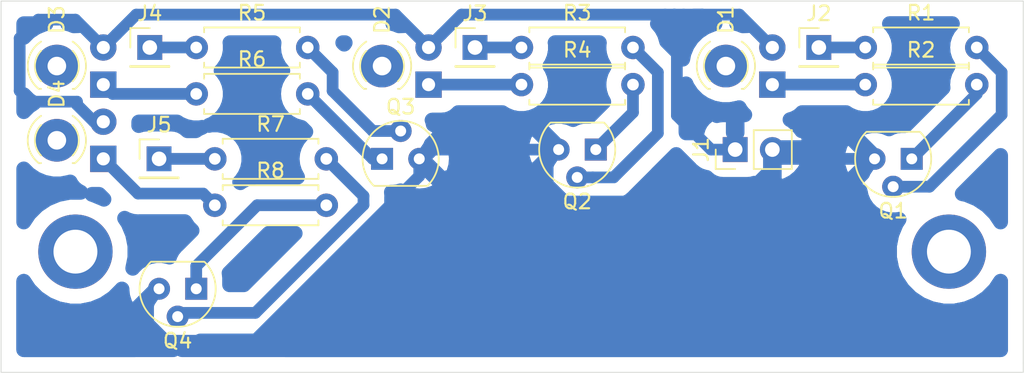
<source format=kicad_pcb>
(kicad_pcb (version 20171130) (host pcbnew "(5.1.4)-1")

  (general
    (thickness 1.6)
    (drawings 9)
    (tracks 87)
    (zones 0)
    (modules 21)
    (nets 19)
  )

  (page A4)
  (layers
    (0 F.Cu signal)
    (31 B.Cu signal)
    (32 B.Adhes user)
    (33 F.Adhes user)
    (34 B.Paste user)
    (35 F.Paste user)
    (36 B.SilkS user)
    (37 F.SilkS user)
    (38 B.Mask user)
    (39 F.Mask user)
    (40 Dwgs.User user)
    (41 Cmts.User user)
    (42 Eco1.User user)
    (43 Eco2.User user)
    (44 Edge.Cuts user)
    (45 Margin user)
    (46 B.CrtYd user)
    (47 F.CrtYd user)
    (48 B.Fab user)
    (49 F.Fab user)
  )

  (setup
    (last_trace_width 0.8)
    (trace_clearance 0.5)
    (zone_clearance 1.016)
    (zone_45_only no)
    (trace_min 0.2)
    (via_size 1.5)
    (via_drill 0.7)
    (via_min_size 0.4)
    (via_min_drill 0.3)
    (uvia_size 0.3)
    (uvia_drill 0.1)
    (uvias_allowed no)
    (uvia_min_size 0.2)
    (uvia_min_drill 0.1)
    (edge_width 0.05)
    (segment_width 0.2)
    (pcb_text_width 0.3)
    (pcb_text_size 1.5 1.5)
    (mod_edge_width 0.12)
    (mod_text_size 1 1)
    (mod_text_width 0.15)
    (pad_size 1.8 1.8)
    (pad_drill 0.9)
    (pad_to_mask_clearance 0.051)
    (solder_mask_min_width 0.25)
    (aux_axis_origin 0 0)
    (visible_elements 7FFFFFFF)
    (pcbplotparams
      (layerselection 0x010fc_ffffffff)
      (usegerberextensions false)
      (usegerberattributes false)
      (usegerberadvancedattributes false)
      (creategerberjobfile false)
      (excludeedgelayer true)
      (linewidth 0.100000)
      (plotframeref false)
      (viasonmask false)
      (mode 1)
      (useauxorigin false)
      (hpglpennumber 1)
      (hpglpenspeed 20)
      (hpglpendiameter 15.000000)
      (psnegative false)
      (psa4output false)
      (plotreference true)
      (plotvalue true)
      (plotinvisibletext false)
      (padsonsilk false)
      (subtractmaskfromsilk false)
      (outputformat 1)
      (mirror false)
      (drillshape 1)
      (scaleselection 1)
      (outputdirectory ""))
  )

  (net 0 "")
  (net 1 "Net-(D1-Pad1)")
  (net 2 +5V)
  (net 3 "Net-(D2-Pad1)")
  (net 4 "Net-(D3-Pad1)")
  (net 5 "Net-(D4-Pad1)")
  (net 6 GND)
  (net 7 "Net-(Q1-Pad2)")
  (net 8 "Net-(Q1-Pad1)")
  (net 9 "Net-(Q2-Pad1)")
  (net 10 "Net-(Q2-Pad2)")
  (net 11 "Net-(Q3-Pad2)")
  (net 12 "Net-(Q3-Pad1)")
  (net 13 "Net-(Q4-Pad1)")
  (net 14 "Net-(Q4-Pad2)")
  (net 15 "Net-(J2-Pad1)")
  (net 16 "Net-(J3-Pad1)")
  (net 17 "Net-(J4-Pad1)")
  (net 18 "Net-(J5-Pad1)")

  (net_class Default "This is the default net class."
    (clearance 0.5)
    (trace_width 0.8)
    (via_dia 1.5)
    (via_drill 0.7)
    (uvia_dia 0.3)
    (uvia_drill 0.1)
    (add_net +5V)
    (add_net GND)
    (add_net "Net-(D1-Pad1)")
    (add_net "Net-(D2-Pad1)")
    (add_net "Net-(D3-Pad1)")
    (add_net "Net-(D4-Pad1)")
    (add_net "Net-(J2-Pad1)")
    (add_net "Net-(J3-Pad1)")
    (add_net "Net-(J4-Pad1)")
    (add_net "Net-(J5-Pad1)")
    (add_net "Net-(Q1-Pad1)")
    (add_net "Net-(Q1-Pad2)")
    (add_net "Net-(Q2-Pad1)")
    (add_net "Net-(Q2-Pad2)")
    (add_net "Net-(Q3-Pad1)")
    (add_net "Net-(Q3-Pad2)")
    (add_net "Net-(Q4-Pad1)")
    (add_net "Net-(Q4-Pad2)")
  )

  (module Package_TO_SOT_THT:TO-92_Inline (layer F.Cu) (tedit 5F031989) (tstamp 5F0351B6)
    (at 121.285 152.4 180)
    (descr "TO-92 leads in-line, narrow, oval pads, drill 0.75mm (see NXP sot054_po.pdf)")
    (tags "to-92 sc-43 sc-43a sot54 PA33 transistor")
    (path /5F03BB06)
    (fp_text reference Q4 (at 1.27 -3.56 180) (layer F.SilkS)
      (effects (font (size 1 1) (thickness 0.15)))
    )
    (fp_text value BC547 (at 1.27 2.79 180) (layer F.Fab)
      (effects (font (size 1 1) (thickness 0.15)))
    )
    (fp_arc (start 1.27 0) (end 1.27 -2.6) (angle 135) (layer F.SilkS) (width 0.12))
    (fp_arc (start 1.27 0) (end 1.27 -2.48) (angle -135) (layer F.Fab) (width 0.1))
    (fp_arc (start 1.27 0) (end 1.27 -2.6) (angle -135) (layer F.SilkS) (width 0.12))
    (fp_arc (start 1.27 0) (end 1.27 -2.48) (angle 135) (layer F.Fab) (width 0.1))
    (fp_line (start 4 2.01) (end -1.46 2.01) (layer F.CrtYd) (width 0.05))
    (fp_line (start 4 2.01) (end 4 -2.73) (layer F.CrtYd) (width 0.05))
    (fp_line (start -1.46 -2.73) (end -1.46 2.01) (layer F.CrtYd) (width 0.05))
    (fp_line (start -1.46 -2.73) (end 4 -2.73) (layer F.CrtYd) (width 0.05))
    (fp_line (start -0.5 1.75) (end 3 1.75) (layer F.Fab) (width 0.1))
    (fp_line (start -0.53 1.85) (end 3.07 1.85) (layer F.SilkS) (width 0.12))
    (fp_text user %R (at 1.27 -3.56 180) (layer F.Fab)
      (effects (font (size 1 1) (thickness 0.15)))
    )
    (pad 1 thru_hole rect (at 0 0 180) (size 1.5 1.5) (drill 0.75) (layers *.Cu *.Mask)
      (net 13 "Net-(Q4-Pad1)"))
    (pad 3 thru_hole circle (at 2.54 0 180) (size 1.5 1.5) (drill 0.75) (layers *.Cu *.Mask)
      (net 6 GND))
    (pad 2 thru_hole circle (at 1.27 -1.905 180) (size 1.5 1.5) (drill 0.75) (layers *.Cu *.Mask)
      (net 14 "Net-(Q4-Pad2)"))
    (model ${KISYS3DMOD}/Package_TO_SOT_THT.3dshapes/TO-92_Inline.wrl
      (at (xyz 0 0 0))
      (scale (xyz 1 1 1))
      (rotate (xyz 0 0 0))
    )
  )

  (module Package_TO_SOT_THT:TO-92_Inline (layer F.Cu) (tedit 5F03192F) (tstamp 5F0351A4)
    (at 133.985 143.51)
    (descr "TO-92 leads in-line, narrow, oval pads, drill 0.75mm (see NXP sot054_po.pdf)")
    (tags "to-92 sc-43 sc-43a sot54 PA33 transistor")
    (path /5F0394DB)
    (fp_text reference Q3 (at 1.27 -3.56) (layer F.SilkS)
      (effects (font (size 1 1) (thickness 0.15)))
    )
    (fp_text value BC547 (at 1.27 2.79) (layer F.Fab)
      (effects (font (size 1 1) (thickness 0.15)))
    )
    (fp_text user %R (at 1.27 -3.56) (layer F.Fab)
      (effects (font (size 1 1) (thickness 0.15)))
    )
    (fp_line (start -0.53 1.85) (end 3.07 1.85) (layer F.SilkS) (width 0.12))
    (fp_line (start -0.5 1.75) (end 3 1.75) (layer F.Fab) (width 0.1))
    (fp_line (start -1.46 -2.73) (end 4 -2.73) (layer F.CrtYd) (width 0.05))
    (fp_line (start -1.46 -2.73) (end -1.46 2.01) (layer F.CrtYd) (width 0.05))
    (fp_line (start 4 2.01) (end 4 -2.73) (layer F.CrtYd) (width 0.05))
    (fp_line (start 4 2.01) (end -1.46 2.01) (layer F.CrtYd) (width 0.05))
    (fp_arc (start 1.27 0) (end 1.27 -2.48) (angle 135) (layer F.Fab) (width 0.1))
    (fp_arc (start 1.27 0) (end 1.27 -2.6) (angle -135) (layer F.SilkS) (width 0.12))
    (fp_arc (start 1.27 0) (end 1.27 -2.48) (angle -135) (layer F.Fab) (width 0.1))
    (fp_arc (start 1.27 0) (end 1.27 -2.6) (angle 135) (layer F.SilkS) (width 0.12))
    (pad 2 thru_hole circle (at 1.27 -1.905) (size 1.5 1.5) (drill 0.75) (layers *.Cu *.Mask)
      (net 11 "Net-(Q3-Pad2)"))
    (pad 3 thru_hole circle (at 2.54 0) (size 1.5 1.5) (drill 0.75) (layers *.Cu *.Mask)
      (net 6 GND))
    (pad 1 thru_hole rect (at 0 0) (size 1.5 1.5) (drill 0.75) (layers *.Cu *.Mask)
      (net 12 "Net-(Q3-Pad1)"))
    (model ${KISYS3DMOD}/Package_TO_SOT_THT.3dshapes/TO-92_Inline.wrl
      (at (xyz 0 0 0))
      (scale (xyz 1 1 1))
      (rotate (xyz 0 0 0))
    )
  )

  (module Package_TO_SOT_THT:TO-92_Inline (layer F.Cu) (tedit 5F031635) (tstamp 5F035192)
    (at 148.59 142.875 180)
    (descr "TO-92 leads in-line, narrow, oval pads, drill 0.75mm (see NXP sot054_po.pdf)")
    (tags "to-92 sc-43 sc-43a sot54 PA33 transistor")
    (path /5F03767C)
    (fp_text reference Q2 (at 1.27 -3.56 180) (layer F.SilkS)
      (effects (font (size 1 1) (thickness 0.15)))
    )
    (fp_text value BC547 (at 1.27 2.79 180) (layer F.Fab)
      (effects (font (size 1 1) (thickness 0.15)))
    )
    (fp_arc (start 1.27 0) (end 1.27 -2.6) (angle 135) (layer F.SilkS) (width 0.12))
    (fp_arc (start 1.27 0) (end 1.27 -2.48) (angle -135) (layer F.Fab) (width 0.1))
    (fp_arc (start 1.27 0) (end 1.27 -2.6) (angle -135) (layer F.SilkS) (width 0.12))
    (fp_arc (start 1.27 0) (end 1.27 -2.48) (angle 135) (layer F.Fab) (width 0.1))
    (fp_line (start 4 2.01) (end -1.46 2.01) (layer F.CrtYd) (width 0.05))
    (fp_line (start 4 2.01) (end 4 -2.73) (layer F.CrtYd) (width 0.05))
    (fp_line (start -1.46 -2.73) (end -1.46 2.01) (layer F.CrtYd) (width 0.05))
    (fp_line (start -1.46 -2.73) (end 4 -2.73) (layer F.CrtYd) (width 0.05))
    (fp_line (start -0.5 1.75) (end 3 1.75) (layer F.Fab) (width 0.1))
    (fp_line (start -0.53 1.85) (end 3.07 1.85) (layer F.SilkS) (width 0.12))
    (fp_text user %R (at 1.27 -3.56 180) (layer F.Fab)
      (effects (font (size 1 1) (thickness 0.15)))
    )
    (pad 1 thru_hole rect (at 0 0 180) (size 1.5 1.5) (drill 0.75) (layers *.Cu *.Mask)
      (net 9 "Net-(Q2-Pad1)"))
    (pad 3 thru_hole circle (at 2.54 0 180) (size 1.5 1.5) (drill 0.75) (layers *.Cu *.Mask)
      (net 6 GND))
    (pad 2 thru_hole circle (at 1.27 -1.905 180) (size 1.5 1.5) (drill 0.75) (layers *.Cu *.Mask)
      (net 10 "Net-(Q2-Pad2)"))
    (model ${KISYS3DMOD}/Package_TO_SOT_THT.3dshapes/TO-92_Inline.wrl
      (at (xyz 0 0 0))
      (scale (xyz 1 1 1))
      (rotate (xyz 0 0 0))
    )
  )

  (module Package_TO_SOT_THT:TO-92_Inline (layer F.Cu) (tedit 5F0315CF) (tstamp 5F035180)
    (at 170.18 143.51 180)
    (descr "TO-92 leads in-line, narrow, oval pads, drill 0.75mm (see NXP sot054_po.pdf)")
    (tags "to-92 sc-43 sc-43a sot54 PA33 transistor")
    (path /5F02F57A)
    (fp_text reference Q1 (at 1.27 -3.56 180) (layer F.SilkS)
      (effects (font (size 1 1) (thickness 0.15)))
    )
    (fp_text value BC547 (at 1.27 2.79 180) (layer F.Fab)
      (effects (font (size 1 1) (thickness 0.15)))
    )
    (fp_text user %R (at 1.27 -3.56 180) (layer F.Fab)
      (effects (font (size 1 1) (thickness 0.15)))
    )
    (fp_line (start -0.53 1.85) (end 3.07 1.85) (layer F.SilkS) (width 0.12))
    (fp_line (start -0.5 1.75) (end 3 1.75) (layer F.Fab) (width 0.1))
    (fp_line (start -1.46 -2.73) (end 4 -2.73) (layer F.CrtYd) (width 0.05))
    (fp_line (start -1.46 -2.73) (end -1.46 2.01) (layer F.CrtYd) (width 0.05))
    (fp_line (start 4 2.01) (end 4 -2.73) (layer F.CrtYd) (width 0.05))
    (fp_line (start 4 2.01) (end -1.46 2.01) (layer F.CrtYd) (width 0.05))
    (fp_arc (start 1.27 0) (end 1.27 -2.48) (angle 135) (layer F.Fab) (width 0.1))
    (fp_arc (start 1.27 0) (end 1.27 -2.6) (angle -135) (layer F.SilkS) (width 0.12))
    (fp_arc (start 1.27 0) (end 1.27 -2.48) (angle -135) (layer F.Fab) (width 0.1))
    (fp_arc (start 1.27 0) (end 1.27 -2.6) (angle 135) (layer F.SilkS) (width 0.12))
    (pad 2 thru_hole circle (at 1.27 -1.905 180) (size 1.5 1.5) (drill 0.75) (layers *.Cu *.Mask)
      (net 7 "Net-(Q1-Pad2)"))
    (pad 3 thru_hole circle (at 2.54 0 180) (size 1.5 1.5) (drill 0.75) (layers *.Cu *.Mask)
      (net 6 GND))
    (pad 1 thru_hole rect (at 0 0 180) (size 1.5 1.5) (drill 0.75) (layers *.Cu *.Mask)
      (net 8 "Net-(Q1-Pad1)"))
    (model ${KISYS3DMOD}/Package_TO_SOT_THT.3dshapes/TO-92_Inline.wrl
      (at (xyz 0 0 0))
      (scale (xyz 1 1 1))
      (rotate (xyz 0 0 0))
    )
  )

  (module LED_THT:LED_D3.0mm (layer F.Cu) (tedit 5F0308B0) (tstamp 5F035141)
    (at 111.76 138.43 90)
    (descr "LED, diameter 3.0mm, 2 pins")
    (tags "LED diameter 3.0mm 2 pins")
    (path /5F0394ED)
    (fp_text reference D3 (at 4.445 0 90) (layer F.SilkS)
      (effects (font (size 1 1) (thickness 0.15)))
    )
    (fp_text value LED (at 1.27 0 90) (layer F.Fab)
      (effects (font (size 1 1) (thickness 0.15)))
    )
    (fp_arc (start 1.27 0) (end -0.23 -1.16619) (angle 284.3) (layer F.Fab) (width 0.1))
    (fp_arc (start 1.27 0) (end -0.29 -1.235516) (angle 108.8) (layer F.SilkS) (width 0.12))
    (fp_arc (start 1.27 0) (end -0.29 1.235516) (angle -108.8) (layer F.SilkS) (width 0.12))
    (fp_arc (start 1.27 0) (end 0.229039 -1.08) (angle 87.9) (layer F.SilkS) (width 0.12))
    (fp_arc (start 1.27 0) (end 0.229039 1.08) (angle -87.9) (layer F.SilkS) (width 0.12))
    (fp_circle (center 1.27 0) (end 2.77 0) (layer F.Fab) (width 0.1))
    (fp_line (start -0.23 -1.16619) (end -0.23 1.16619) (layer F.Fab) (width 0.1))
    (fp_line (start -0.29 -1.236) (end -0.29 -1.08) (layer F.SilkS) (width 0.12))
    (fp_line (start -0.29 1.08) (end -0.29 1.236) (layer F.SilkS) (width 0.12))
    (fp_line (start -1.15 -2.25) (end -1.15 2.25) (layer F.CrtYd) (width 0.05))
    (fp_line (start -1.15 2.25) (end 3.7 2.25) (layer F.CrtYd) (width 0.05))
    (fp_line (start 3.7 2.25) (end 3.7 -2.25) (layer F.CrtYd) (width 0.05))
    (fp_line (start 3.7 -2.25) (end -1.15 -2.25) (layer F.CrtYd) (width 0.05))
    (pad 1 thru_hole rect (at 0 3.175 90) (size 1.8 1.8) (drill 0.9) (layers *.Cu *.Mask)
      (net 4 "Net-(D3-Pad1)"))
    (pad 2 thru_hole circle (at 2.54 3.175 90) (size 1.8 1.8) (drill 0.9) (layers *.Cu *.Mask)
      (net 2 +5V))
    (model ${KISYS3DMOD}/LED_THT.3dshapes/LED_D3.0mm.wrl
      (at (xyz 0 0 0))
      (scale (xyz 1 1 1))
      (rotate (xyz 0 0 0))
    )
  )

  (module LED_THT:LED_D3.0mm (layer F.Cu) (tedit 5F03088F) (tstamp 5F035154)
    (at 111.76 143.51 90)
    (descr "LED, diameter 3.0mm, 2 pins")
    (tags "LED diameter 3.0mm 2 pins")
    (path /5F03BB18)
    (fp_text reference D4 (at 4.445 0 90) (layer F.SilkS)
      (effects (font (size 1 1) (thickness 0.15)))
    )
    (fp_text value LED (at 1.27 0 90) (layer F.Fab)
      (effects (font (size 1 1) (thickness 0.15)))
    )
    (fp_line (start 3.7 -2.25) (end -1.15 -2.25) (layer F.CrtYd) (width 0.05))
    (fp_line (start 3.7 2.25) (end 3.7 -2.25) (layer F.CrtYd) (width 0.05))
    (fp_line (start -1.15 2.25) (end 3.7 2.25) (layer F.CrtYd) (width 0.05))
    (fp_line (start -1.15 -2.25) (end -1.15 2.25) (layer F.CrtYd) (width 0.05))
    (fp_line (start -0.29 1.08) (end -0.29 1.236) (layer F.SilkS) (width 0.12))
    (fp_line (start -0.29 -1.236) (end -0.29 -1.08) (layer F.SilkS) (width 0.12))
    (fp_line (start -0.23 -1.16619) (end -0.23 1.16619) (layer F.Fab) (width 0.1))
    (fp_circle (center 1.27 0) (end 2.77 0) (layer F.Fab) (width 0.1))
    (fp_arc (start 1.27 0) (end 0.229039 1.08) (angle -87.9) (layer F.SilkS) (width 0.12))
    (fp_arc (start 1.27 0) (end 0.229039 -1.08) (angle 87.9) (layer F.SilkS) (width 0.12))
    (fp_arc (start 1.27 0) (end -0.29 1.235516) (angle -108.8) (layer F.SilkS) (width 0.12))
    (fp_arc (start 1.27 0) (end -0.29 -1.235516) (angle 108.8) (layer F.SilkS) (width 0.12))
    (fp_arc (start 1.27 0) (end -0.23 -1.16619) (angle 284.3) (layer F.Fab) (width 0.1))
    (pad 2 thru_hole circle (at 2.54 3.175 90) (size 1.8 1.8) (drill 0.9) (layers *.Cu *.Mask)
      (net 2 +5V))
    (pad 1 thru_hole rect (at 0 3.175 90) (size 1.8 1.8) (drill 0.9) (layers *.Cu *.Mask)
      (net 5 "Net-(D4-Pad1)"))
    (model ${KISYS3DMOD}/LED_THT.3dshapes/LED_D3.0mm.wrl
      (at (xyz 0 0 0))
      (scale (xyz 1 1 1))
      (rotate (xyz 0 0 0))
    )
  )

  (module LED_THT:LED_D3.0mm (layer F.Cu) (tedit 5F030858) (tstamp 5F03512E)
    (at 133.985 138.43 90)
    (descr "LED, diameter 3.0mm, 2 pins")
    (tags "LED diameter 3.0mm 2 pins")
    (path /5F03768E)
    (fp_text reference D2 (at 4.445 0 90) (layer F.SilkS)
      (effects (font (size 1 1) (thickness 0.15)))
    )
    (fp_text value LED (at 1.27 0 90) (layer F.Fab)
      (effects (font (size 1 1) (thickness 0.15)))
    )
    (fp_line (start 3.7 -2.25) (end -1.15 -2.25) (layer F.CrtYd) (width 0.05))
    (fp_line (start 3.7 2.25) (end 3.7 -2.25) (layer F.CrtYd) (width 0.05))
    (fp_line (start -1.15 2.25) (end 3.7 2.25) (layer F.CrtYd) (width 0.05))
    (fp_line (start -1.15 -2.25) (end -1.15 2.25) (layer F.CrtYd) (width 0.05))
    (fp_line (start -0.29 1.08) (end -0.29 1.236) (layer F.SilkS) (width 0.12))
    (fp_line (start -0.29 -1.236) (end -0.29 -1.08) (layer F.SilkS) (width 0.12))
    (fp_line (start -0.23 -1.16619) (end -0.23 1.16619) (layer F.Fab) (width 0.1))
    (fp_circle (center 1.27 0) (end 2.77 0) (layer F.Fab) (width 0.1))
    (fp_arc (start 1.27 0) (end 0.229039 1.08) (angle -87.9) (layer F.SilkS) (width 0.12))
    (fp_arc (start 1.27 0) (end 0.229039 -1.08) (angle 87.9) (layer F.SilkS) (width 0.12))
    (fp_arc (start 1.27 0) (end -0.29 1.235516) (angle -108.8) (layer F.SilkS) (width 0.12))
    (fp_arc (start 1.27 0) (end -0.29 -1.235516) (angle 108.8) (layer F.SilkS) (width 0.12))
    (fp_arc (start 1.27 0) (end -0.23 -1.16619) (angle 284.3) (layer F.Fab) (width 0.1))
    (pad 2 thru_hole circle (at 2.54 3.175 90) (size 1.8 1.8) (drill 0.9) (layers *.Cu *.Mask)
      (net 2 +5V))
    (pad 1 thru_hole rect (at 0 3.175 90) (size 1.8 1.8) (drill 0.9) (layers *.Cu *.Mask)
      (net 3 "Net-(D2-Pad1)"))
    (model ${KISYS3DMOD}/LED_THT.3dshapes/LED_D3.0mm.wrl
      (at (xyz 0 0 0))
      (scale (xyz 1 1 1))
      (rotate (xyz 0 0 0))
    )
  )

  (module LED_THT:LED_D3.0mm (layer F.Cu) (tedit 5F030815) (tstamp 5F035623)
    (at 157.48 138.43 90)
    (descr "LED, diameter 3.0mm, 2 pins")
    (tags "LED diameter 3.0mm 2 pins")
    (path /5F032575)
    (fp_text reference D1 (at 4.445 0 90) (layer F.SilkS)
      (effects (font (size 1 1) (thickness 0.15)))
    )
    (fp_text value LED (at 1.27 0 90) (layer F.Fab)
      (effects (font (size 1 1) (thickness 0.15)))
    )
    (fp_arc (start 1.27 0) (end -0.23 -1.16619) (angle 284.3) (layer F.Fab) (width 0.1))
    (fp_arc (start 1.27 0) (end -0.29 -1.235516) (angle 108.8) (layer F.SilkS) (width 0.12))
    (fp_arc (start 1.27 0) (end -0.29 1.235516) (angle -108.8) (layer F.SilkS) (width 0.12))
    (fp_arc (start 1.27 0) (end 0.229039 -1.08) (angle 87.9) (layer F.SilkS) (width 0.12))
    (fp_arc (start 1.27 0) (end 0.229039 1.08) (angle -87.9) (layer F.SilkS) (width 0.12))
    (fp_circle (center 1.27 0) (end 2.77 0) (layer F.Fab) (width 0.1))
    (fp_line (start -0.23 -1.16619) (end -0.23 1.16619) (layer F.Fab) (width 0.1))
    (fp_line (start -0.29 -1.236) (end -0.29 -1.08) (layer F.SilkS) (width 0.12))
    (fp_line (start -0.29 1.08) (end -0.29 1.236) (layer F.SilkS) (width 0.12))
    (fp_line (start -1.15 -2.25) (end -1.15 2.25) (layer F.CrtYd) (width 0.05))
    (fp_line (start -1.15 2.25) (end 3.7 2.25) (layer F.CrtYd) (width 0.05))
    (fp_line (start 3.7 2.25) (end 3.7 -2.25) (layer F.CrtYd) (width 0.05))
    (fp_line (start 3.7 -2.25) (end -1.15 -2.25) (layer F.CrtYd) (width 0.05))
    (pad 1 thru_hole rect (at 0 3.175 90) (size 1.8 1.8) (drill 0.9) (layers *.Cu *.Mask)
      (net 1 "Net-(D1-Pad1)"))
    (pad 2 thru_hole circle (at 2.54 3.175 90) (size 1.8 1.8) (drill 0.9) (layers *.Cu *.Mask)
      (net 2 +5V))
    (model ${KISYS3DMOD}/LED_THT.3dshapes/LED_D3.0mm.wrl
      (at (xyz 0 0 0))
      (scale (xyz 1 1 1))
      (rotate (xyz 0 0 0))
    )
  )

  (module Resistor_THT:R_Axial_DIN0207_L6.3mm_D2.5mm_P7.62mm_Horizontal (layer F.Cu) (tedit 5AE5139B) (tstamp 5F0351CD)
    (at 167.005 135.89)
    (descr "Resistor, Axial_DIN0207 series, Axial, Horizontal, pin pitch=7.62mm, 0.25W = 1/4W, length*diameter=6.3*2.5mm^2, http://cdn-reichelt.de/documents/datenblatt/B400/1_4W%23YAG.pdf")
    (tags "Resistor Axial_DIN0207 series Axial Horizontal pin pitch 7.62mm 0.25W = 1/4W length 6.3mm diameter 2.5mm")
    (path /5F0310B7)
    (fp_text reference R1 (at 3.81 -2.37) (layer F.SilkS)
      (effects (font (size 1 1) (thickness 0.15)))
    )
    (fp_text value 10k (at 3.81 2.37) (layer F.Fab)
      (effects (font (size 1 1) (thickness 0.15)))
    )
    (fp_text user %R (at 3.81 0) (layer F.Fab)
      (effects (font (size 1 1) (thickness 0.15)))
    )
    (fp_line (start 8.67 -1.5) (end -1.05 -1.5) (layer F.CrtYd) (width 0.05))
    (fp_line (start 8.67 1.5) (end 8.67 -1.5) (layer F.CrtYd) (width 0.05))
    (fp_line (start -1.05 1.5) (end 8.67 1.5) (layer F.CrtYd) (width 0.05))
    (fp_line (start -1.05 -1.5) (end -1.05 1.5) (layer F.CrtYd) (width 0.05))
    (fp_line (start 7.08 1.37) (end 7.08 1.04) (layer F.SilkS) (width 0.12))
    (fp_line (start 0.54 1.37) (end 7.08 1.37) (layer F.SilkS) (width 0.12))
    (fp_line (start 0.54 1.04) (end 0.54 1.37) (layer F.SilkS) (width 0.12))
    (fp_line (start 7.08 -1.37) (end 7.08 -1.04) (layer F.SilkS) (width 0.12))
    (fp_line (start 0.54 -1.37) (end 7.08 -1.37) (layer F.SilkS) (width 0.12))
    (fp_line (start 0.54 -1.04) (end 0.54 -1.37) (layer F.SilkS) (width 0.12))
    (fp_line (start 7.62 0) (end 6.96 0) (layer F.Fab) (width 0.1))
    (fp_line (start 0 0) (end 0.66 0) (layer F.Fab) (width 0.1))
    (fp_line (start 6.96 -1.25) (end 0.66 -1.25) (layer F.Fab) (width 0.1))
    (fp_line (start 6.96 1.25) (end 6.96 -1.25) (layer F.Fab) (width 0.1))
    (fp_line (start 0.66 1.25) (end 6.96 1.25) (layer F.Fab) (width 0.1))
    (fp_line (start 0.66 -1.25) (end 0.66 1.25) (layer F.Fab) (width 0.1))
    (pad 2 thru_hole oval (at 7.62 0) (size 1.6 1.6) (drill 0.8) (layers *.Cu *.Mask)
      (net 7 "Net-(Q1-Pad2)"))
    (pad 1 thru_hole circle (at 0 0) (size 1.6 1.6) (drill 0.8) (layers *.Cu *.Mask)
      (net 15 "Net-(J2-Pad1)"))
    (model ${KISYS3DMOD}/Resistor_THT.3dshapes/R_Axial_DIN0207_L6.3mm_D2.5mm_P7.62mm_Horizontal.wrl
      (at (xyz 0 0 0))
      (scale (xyz 1 1 1))
      (rotate (xyz 0 0 0))
    )
  )

  (module Resistor_THT:R_Axial_DIN0207_L6.3mm_D2.5mm_P7.62mm_Horizontal (layer F.Cu) (tedit 5AE5139B) (tstamp 5F0351E4)
    (at 167.005 138.43)
    (descr "Resistor, Axial_DIN0207 series, Axial, Horizontal, pin pitch=7.62mm, 0.25W = 1/4W, length*diameter=6.3*2.5mm^2, http://cdn-reichelt.de/documents/datenblatt/B400/1_4W%23YAG.pdf")
    (tags "Resistor Axial_DIN0207 series Axial Horizontal pin pitch 7.62mm 0.25W = 1/4W length 6.3mm diameter 2.5mm")
    (path /5F030832)
    (fp_text reference R2 (at 3.81 -2.37) (layer F.SilkS)
      (effects (font (size 1 1) (thickness 0.15)))
    )
    (fp_text value 470 (at 3.81 2.37) (layer F.Fab)
      (effects (font (size 1 1) (thickness 0.15)))
    )
    (fp_line (start 0.66 -1.25) (end 0.66 1.25) (layer F.Fab) (width 0.1))
    (fp_line (start 0.66 1.25) (end 6.96 1.25) (layer F.Fab) (width 0.1))
    (fp_line (start 6.96 1.25) (end 6.96 -1.25) (layer F.Fab) (width 0.1))
    (fp_line (start 6.96 -1.25) (end 0.66 -1.25) (layer F.Fab) (width 0.1))
    (fp_line (start 0 0) (end 0.66 0) (layer F.Fab) (width 0.1))
    (fp_line (start 7.62 0) (end 6.96 0) (layer F.Fab) (width 0.1))
    (fp_line (start 0.54 -1.04) (end 0.54 -1.37) (layer F.SilkS) (width 0.12))
    (fp_line (start 0.54 -1.37) (end 7.08 -1.37) (layer F.SilkS) (width 0.12))
    (fp_line (start 7.08 -1.37) (end 7.08 -1.04) (layer F.SilkS) (width 0.12))
    (fp_line (start 0.54 1.04) (end 0.54 1.37) (layer F.SilkS) (width 0.12))
    (fp_line (start 0.54 1.37) (end 7.08 1.37) (layer F.SilkS) (width 0.12))
    (fp_line (start 7.08 1.37) (end 7.08 1.04) (layer F.SilkS) (width 0.12))
    (fp_line (start -1.05 -1.5) (end -1.05 1.5) (layer F.CrtYd) (width 0.05))
    (fp_line (start -1.05 1.5) (end 8.67 1.5) (layer F.CrtYd) (width 0.05))
    (fp_line (start 8.67 1.5) (end 8.67 -1.5) (layer F.CrtYd) (width 0.05))
    (fp_line (start 8.67 -1.5) (end -1.05 -1.5) (layer F.CrtYd) (width 0.05))
    (fp_text user %R (at 3.81 0) (layer F.Fab)
      (effects (font (size 1 1) (thickness 0.15)))
    )
    (pad 1 thru_hole circle (at 0 0) (size 1.6 1.6) (drill 0.8) (layers *.Cu *.Mask)
      (net 1 "Net-(D1-Pad1)"))
    (pad 2 thru_hole oval (at 7.62 0) (size 1.6 1.6) (drill 0.8) (layers *.Cu *.Mask)
      (net 8 "Net-(Q1-Pad1)"))
    (model ${KISYS3DMOD}/Resistor_THT.3dshapes/R_Axial_DIN0207_L6.3mm_D2.5mm_P7.62mm_Horizontal.wrl
      (at (xyz 0 0 0))
      (scale (xyz 1 1 1))
      (rotate (xyz 0 0 0))
    )
  )

  (module Resistor_THT:R_Axial_DIN0207_L6.3mm_D2.5mm_P7.62mm_Horizontal (layer F.Cu) (tedit 5AE5139B) (tstamp 5F0351FB)
    (at 143.51 135.89)
    (descr "Resistor, Axial_DIN0207 series, Axial, Horizontal, pin pitch=7.62mm, 0.25W = 1/4W, length*diameter=6.3*2.5mm^2, http://cdn-reichelt.de/documents/datenblatt/B400/1_4W%23YAG.pdf")
    (tags "Resistor Axial_DIN0207 series Axial Horizontal pin pitch 7.62mm 0.25W = 1/4W length 6.3mm diameter 2.5mm")
    (path /5F037688)
    (fp_text reference R3 (at 3.81 -2.37) (layer F.SilkS)
      (effects (font (size 1 1) (thickness 0.15)))
    )
    (fp_text value 10k (at 3.81 2.37) (layer F.Fab)
      (effects (font (size 1 1) (thickness 0.15)))
    )
    (fp_text user %R (at 3.81 0) (layer F.Fab)
      (effects (font (size 1 1) (thickness 0.15)))
    )
    (fp_line (start 8.67 -1.5) (end -1.05 -1.5) (layer F.CrtYd) (width 0.05))
    (fp_line (start 8.67 1.5) (end 8.67 -1.5) (layer F.CrtYd) (width 0.05))
    (fp_line (start -1.05 1.5) (end 8.67 1.5) (layer F.CrtYd) (width 0.05))
    (fp_line (start -1.05 -1.5) (end -1.05 1.5) (layer F.CrtYd) (width 0.05))
    (fp_line (start 7.08 1.37) (end 7.08 1.04) (layer F.SilkS) (width 0.12))
    (fp_line (start 0.54 1.37) (end 7.08 1.37) (layer F.SilkS) (width 0.12))
    (fp_line (start 0.54 1.04) (end 0.54 1.37) (layer F.SilkS) (width 0.12))
    (fp_line (start 7.08 -1.37) (end 7.08 -1.04) (layer F.SilkS) (width 0.12))
    (fp_line (start 0.54 -1.37) (end 7.08 -1.37) (layer F.SilkS) (width 0.12))
    (fp_line (start 0.54 -1.04) (end 0.54 -1.37) (layer F.SilkS) (width 0.12))
    (fp_line (start 7.62 0) (end 6.96 0) (layer F.Fab) (width 0.1))
    (fp_line (start 0 0) (end 0.66 0) (layer F.Fab) (width 0.1))
    (fp_line (start 6.96 -1.25) (end 0.66 -1.25) (layer F.Fab) (width 0.1))
    (fp_line (start 6.96 1.25) (end 6.96 -1.25) (layer F.Fab) (width 0.1))
    (fp_line (start 0.66 1.25) (end 6.96 1.25) (layer F.Fab) (width 0.1))
    (fp_line (start 0.66 -1.25) (end 0.66 1.25) (layer F.Fab) (width 0.1))
    (pad 2 thru_hole oval (at 7.62 0) (size 1.6 1.6) (drill 0.8) (layers *.Cu *.Mask)
      (net 10 "Net-(Q2-Pad2)"))
    (pad 1 thru_hole circle (at 0 0) (size 1.6 1.6) (drill 0.8) (layers *.Cu *.Mask)
      (net 16 "Net-(J3-Pad1)"))
    (model ${KISYS3DMOD}/Resistor_THT.3dshapes/R_Axial_DIN0207_L6.3mm_D2.5mm_P7.62mm_Horizontal.wrl
      (at (xyz 0 0 0))
      (scale (xyz 1 1 1))
      (rotate (xyz 0 0 0))
    )
  )

  (module Resistor_THT:R_Axial_DIN0207_L6.3mm_D2.5mm_P7.62mm_Horizontal (layer F.Cu) (tedit 5AE5139B) (tstamp 5F035212)
    (at 143.51 138.43)
    (descr "Resistor, Axial_DIN0207 series, Axial, Horizontal, pin pitch=7.62mm, 0.25W = 1/4W, length*diameter=6.3*2.5mm^2, http://cdn-reichelt.de/documents/datenblatt/B400/1_4W%23YAG.pdf")
    (tags "Resistor Axial_DIN0207 series Axial Horizontal pin pitch 7.62mm 0.25W = 1/4W length 6.3mm diameter 2.5mm")
    (path /5F037682)
    (fp_text reference R4 (at 3.81 -2.37) (layer F.SilkS)
      (effects (font (size 1 1) (thickness 0.15)))
    )
    (fp_text value 470 (at 3.81 2.37) (layer F.Fab)
      (effects (font (size 1 1) (thickness 0.15)))
    )
    (fp_line (start 0.66 -1.25) (end 0.66 1.25) (layer F.Fab) (width 0.1))
    (fp_line (start 0.66 1.25) (end 6.96 1.25) (layer F.Fab) (width 0.1))
    (fp_line (start 6.96 1.25) (end 6.96 -1.25) (layer F.Fab) (width 0.1))
    (fp_line (start 6.96 -1.25) (end 0.66 -1.25) (layer F.Fab) (width 0.1))
    (fp_line (start 0 0) (end 0.66 0) (layer F.Fab) (width 0.1))
    (fp_line (start 7.62 0) (end 6.96 0) (layer F.Fab) (width 0.1))
    (fp_line (start 0.54 -1.04) (end 0.54 -1.37) (layer F.SilkS) (width 0.12))
    (fp_line (start 0.54 -1.37) (end 7.08 -1.37) (layer F.SilkS) (width 0.12))
    (fp_line (start 7.08 -1.37) (end 7.08 -1.04) (layer F.SilkS) (width 0.12))
    (fp_line (start 0.54 1.04) (end 0.54 1.37) (layer F.SilkS) (width 0.12))
    (fp_line (start 0.54 1.37) (end 7.08 1.37) (layer F.SilkS) (width 0.12))
    (fp_line (start 7.08 1.37) (end 7.08 1.04) (layer F.SilkS) (width 0.12))
    (fp_line (start -1.05 -1.5) (end -1.05 1.5) (layer F.CrtYd) (width 0.05))
    (fp_line (start -1.05 1.5) (end 8.67 1.5) (layer F.CrtYd) (width 0.05))
    (fp_line (start 8.67 1.5) (end 8.67 -1.5) (layer F.CrtYd) (width 0.05))
    (fp_line (start 8.67 -1.5) (end -1.05 -1.5) (layer F.CrtYd) (width 0.05))
    (fp_text user %R (at 3.81 0) (layer F.Fab)
      (effects (font (size 1 1) (thickness 0.15)))
    )
    (pad 1 thru_hole circle (at 0 0) (size 1.6 1.6) (drill 0.8) (layers *.Cu *.Mask)
      (net 3 "Net-(D2-Pad1)"))
    (pad 2 thru_hole oval (at 7.62 0) (size 1.6 1.6) (drill 0.8) (layers *.Cu *.Mask)
      (net 9 "Net-(Q2-Pad1)"))
    (model ${KISYS3DMOD}/Resistor_THT.3dshapes/R_Axial_DIN0207_L6.3mm_D2.5mm_P7.62mm_Horizontal.wrl
      (at (xyz 0 0 0))
      (scale (xyz 1 1 1))
      (rotate (xyz 0 0 0))
    )
  )

  (module Resistor_THT:R_Axial_DIN0207_L6.3mm_D2.5mm_P7.62mm_Horizontal (layer F.Cu) (tedit 5AE5139B) (tstamp 5F035229)
    (at 121.285 135.89)
    (descr "Resistor, Axial_DIN0207 series, Axial, Horizontal, pin pitch=7.62mm, 0.25W = 1/4W, length*diameter=6.3*2.5mm^2, http://cdn-reichelt.de/documents/datenblatt/B400/1_4W%23YAG.pdf")
    (tags "Resistor Axial_DIN0207 series Axial Horizontal pin pitch 7.62mm 0.25W = 1/4W length 6.3mm diameter 2.5mm")
    (path /5F0394E7)
    (fp_text reference R5 (at 3.81 -2.37) (layer F.SilkS)
      (effects (font (size 1 1) (thickness 0.15)))
    )
    (fp_text value 10k (at 3.81 2.37) (layer F.Fab)
      (effects (font (size 1 1) (thickness 0.15)))
    )
    (fp_line (start 0.66 -1.25) (end 0.66 1.25) (layer F.Fab) (width 0.1))
    (fp_line (start 0.66 1.25) (end 6.96 1.25) (layer F.Fab) (width 0.1))
    (fp_line (start 6.96 1.25) (end 6.96 -1.25) (layer F.Fab) (width 0.1))
    (fp_line (start 6.96 -1.25) (end 0.66 -1.25) (layer F.Fab) (width 0.1))
    (fp_line (start 0 0) (end 0.66 0) (layer F.Fab) (width 0.1))
    (fp_line (start 7.62 0) (end 6.96 0) (layer F.Fab) (width 0.1))
    (fp_line (start 0.54 -1.04) (end 0.54 -1.37) (layer F.SilkS) (width 0.12))
    (fp_line (start 0.54 -1.37) (end 7.08 -1.37) (layer F.SilkS) (width 0.12))
    (fp_line (start 7.08 -1.37) (end 7.08 -1.04) (layer F.SilkS) (width 0.12))
    (fp_line (start 0.54 1.04) (end 0.54 1.37) (layer F.SilkS) (width 0.12))
    (fp_line (start 0.54 1.37) (end 7.08 1.37) (layer F.SilkS) (width 0.12))
    (fp_line (start 7.08 1.37) (end 7.08 1.04) (layer F.SilkS) (width 0.12))
    (fp_line (start -1.05 -1.5) (end -1.05 1.5) (layer F.CrtYd) (width 0.05))
    (fp_line (start -1.05 1.5) (end 8.67 1.5) (layer F.CrtYd) (width 0.05))
    (fp_line (start 8.67 1.5) (end 8.67 -1.5) (layer F.CrtYd) (width 0.05))
    (fp_line (start 8.67 -1.5) (end -1.05 -1.5) (layer F.CrtYd) (width 0.05))
    (fp_text user %R (at 3.81 0) (layer F.Fab)
      (effects (font (size 1 1) (thickness 0.15)))
    )
    (pad 1 thru_hole circle (at 0 0) (size 1.6 1.6) (drill 0.8) (layers *.Cu *.Mask)
      (net 17 "Net-(J4-Pad1)"))
    (pad 2 thru_hole oval (at 7.62 0) (size 1.6 1.6) (drill 0.8) (layers *.Cu *.Mask)
      (net 11 "Net-(Q3-Pad2)"))
    (model ${KISYS3DMOD}/Resistor_THT.3dshapes/R_Axial_DIN0207_L6.3mm_D2.5mm_P7.62mm_Horizontal.wrl
      (at (xyz 0 0 0))
      (scale (xyz 1 1 1))
      (rotate (xyz 0 0 0))
    )
  )

  (module Resistor_THT:R_Axial_DIN0207_L6.3mm_D2.5mm_P7.62mm_Horizontal (layer F.Cu) (tedit 5AE5139B) (tstamp 5F035240)
    (at 121.285 139.065)
    (descr "Resistor, Axial_DIN0207 series, Axial, Horizontal, pin pitch=7.62mm, 0.25W = 1/4W, length*diameter=6.3*2.5mm^2, http://cdn-reichelt.de/documents/datenblatt/B400/1_4W%23YAG.pdf")
    (tags "Resistor Axial_DIN0207 series Axial Horizontal pin pitch 7.62mm 0.25W = 1/4W length 6.3mm diameter 2.5mm")
    (path /5F0394E1)
    (fp_text reference R6 (at 3.81 -2.37) (layer F.SilkS)
      (effects (font (size 1 1) (thickness 0.15)))
    )
    (fp_text value 470 (at 3.81 2.37) (layer F.Fab)
      (effects (font (size 1 1) (thickness 0.15)))
    )
    (fp_text user %R (at 3.81 0) (layer F.Fab)
      (effects (font (size 1 1) (thickness 0.15)))
    )
    (fp_line (start 8.67 -1.5) (end -1.05 -1.5) (layer F.CrtYd) (width 0.05))
    (fp_line (start 8.67 1.5) (end 8.67 -1.5) (layer F.CrtYd) (width 0.05))
    (fp_line (start -1.05 1.5) (end 8.67 1.5) (layer F.CrtYd) (width 0.05))
    (fp_line (start -1.05 -1.5) (end -1.05 1.5) (layer F.CrtYd) (width 0.05))
    (fp_line (start 7.08 1.37) (end 7.08 1.04) (layer F.SilkS) (width 0.12))
    (fp_line (start 0.54 1.37) (end 7.08 1.37) (layer F.SilkS) (width 0.12))
    (fp_line (start 0.54 1.04) (end 0.54 1.37) (layer F.SilkS) (width 0.12))
    (fp_line (start 7.08 -1.37) (end 7.08 -1.04) (layer F.SilkS) (width 0.12))
    (fp_line (start 0.54 -1.37) (end 7.08 -1.37) (layer F.SilkS) (width 0.12))
    (fp_line (start 0.54 -1.04) (end 0.54 -1.37) (layer F.SilkS) (width 0.12))
    (fp_line (start 7.62 0) (end 6.96 0) (layer F.Fab) (width 0.1))
    (fp_line (start 0 0) (end 0.66 0) (layer F.Fab) (width 0.1))
    (fp_line (start 6.96 -1.25) (end 0.66 -1.25) (layer F.Fab) (width 0.1))
    (fp_line (start 6.96 1.25) (end 6.96 -1.25) (layer F.Fab) (width 0.1))
    (fp_line (start 0.66 1.25) (end 6.96 1.25) (layer F.Fab) (width 0.1))
    (fp_line (start 0.66 -1.25) (end 0.66 1.25) (layer F.Fab) (width 0.1))
    (pad 2 thru_hole oval (at 7.62 0) (size 1.6 1.6) (drill 0.8) (layers *.Cu *.Mask)
      (net 12 "Net-(Q3-Pad1)"))
    (pad 1 thru_hole circle (at 0 0) (size 1.6 1.6) (drill 0.8) (layers *.Cu *.Mask)
      (net 4 "Net-(D3-Pad1)"))
    (model ${KISYS3DMOD}/Resistor_THT.3dshapes/R_Axial_DIN0207_L6.3mm_D2.5mm_P7.62mm_Horizontal.wrl
      (at (xyz 0 0 0))
      (scale (xyz 1 1 1))
      (rotate (xyz 0 0 0))
    )
  )

  (module Resistor_THT:R_Axial_DIN0207_L6.3mm_D2.5mm_P7.62mm_Horizontal (layer F.Cu) (tedit 5AE5139B) (tstamp 5F035257)
    (at 122.555 143.51)
    (descr "Resistor, Axial_DIN0207 series, Axial, Horizontal, pin pitch=7.62mm, 0.25W = 1/4W, length*diameter=6.3*2.5mm^2, http://cdn-reichelt.de/documents/datenblatt/B400/1_4W%23YAG.pdf")
    (tags "Resistor Axial_DIN0207 series Axial Horizontal pin pitch 7.62mm 0.25W = 1/4W length 6.3mm diameter 2.5mm")
    (path /5F03BB12)
    (fp_text reference R7 (at 3.81 -2.37) (layer F.SilkS)
      (effects (font (size 1 1) (thickness 0.15)))
    )
    (fp_text value 10k (at 3.81 2.37) (layer F.Fab)
      (effects (font (size 1 1) (thickness 0.15)))
    )
    (fp_line (start 0.66 -1.25) (end 0.66 1.25) (layer F.Fab) (width 0.1))
    (fp_line (start 0.66 1.25) (end 6.96 1.25) (layer F.Fab) (width 0.1))
    (fp_line (start 6.96 1.25) (end 6.96 -1.25) (layer F.Fab) (width 0.1))
    (fp_line (start 6.96 -1.25) (end 0.66 -1.25) (layer F.Fab) (width 0.1))
    (fp_line (start 0 0) (end 0.66 0) (layer F.Fab) (width 0.1))
    (fp_line (start 7.62 0) (end 6.96 0) (layer F.Fab) (width 0.1))
    (fp_line (start 0.54 -1.04) (end 0.54 -1.37) (layer F.SilkS) (width 0.12))
    (fp_line (start 0.54 -1.37) (end 7.08 -1.37) (layer F.SilkS) (width 0.12))
    (fp_line (start 7.08 -1.37) (end 7.08 -1.04) (layer F.SilkS) (width 0.12))
    (fp_line (start 0.54 1.04) (end 0.54 1.37) (layer F.SilkS) (width 0.12))
    (fp_line (start 0.54 1.37) (end 7.08 1.37) (layer F.SilkS) (width 0.12))
    (fp_line (start 7.08 1.37) (end 7.08 1.04) (layer F.SilkS) (width 0.12))
    (fp_line (start -1.05 -1.5) (end -1.05 1.5) (layer F.CrtYd) (width 0.05))
    (fp_line (start -1.05 1.5) (end 8.67 1.5) (layer F.CrtYd) (width 0.05))
    (fp_line (start 8.67 1.5) (end 8.67 -1.5) (layer F.CrtYd) (width 0.05))
    (fp_line (start 8.67 -1.5) (end -1.05 -1.5) (layer F.CrtYd) (width 0.05))
    (fp_text user %R (at 3.81 0) (layer F.Fab)
      (effects (font (size 1 1) (thickness 0.15)))
    )
    (pad 1 thru_hole circle (at 0 0) (size 1.6 1.6) (drill 0.8) (layers *.Cu *.Mask)
      (net 18 "Net-(J5-Pad1)"))
    (pad 2 thru_hole oval (at 7.62 0) (size 1.6 1.6) (drill 0.8) (layers *.Cu *.Mask)
      (net 14 "Net-(Q4-Pad2)"))
    (model ${KISYS3DMOD}/Resistor_THT.3dshapes/R_Axial_DIN0207_L6.3mm_D2.5mm_P7.62mm_Horizontal.wrl
      (at (xyz 0 0 0))
      (scale (xyz 1 1 1))
      (rotate (xyz 0 0 0))
    )
  )

  (module Resistor_THT:R_Axial_DIN0207_L6.3mm_D2.5mm_P7.62mm_Horizontal (layer F.Cu) (tedit 5AE5139B) (tstamp 5F03526E)
    (at 122.555 146.685)
    (descr "Resistor, Axial_DIN0207 series, Axial, Horizontal, pin pitch=7.62mm, 0.25W = 1/4W, length*diameter=6.3*2.5mm^2, http://cdn-reichelt.de/documents/datenblatt/B400/1_4W%23YAG.pdf")
    (tags "Resistor Axial_DIN0207 series Axial Horizontal pin pitch 7.62mm 0.25W = 1/4W length 6.3mm diameter 2.5mm")
    (path /5F03BB0C)
    (fp_text reference R8 (at 3.81 -2.37) (layer F.SilkS)
      (effects (font (size 1 1) (thickness 0.15)))
    )
    (fp_text value 470 (at 3.81 2.37) (layer F.Fab)
      (effects (font (size 1 1) (thickness 0.15)))
    )
    (fp_text user %R (at 3.81 0) (layer F.Fab)
      (effects (font (size 1 1) (thickness 0.15)))
    )
    (fp_line (start 8.67 -1.5) (end -1.05 -1.5) (layer F.CrtYd) (width 0.05))
    (fp_line (start 8.67 1.5) (end 8.67 -1.5) (layer F.CrtYd) (width 0.05))
    (fp_line (start -1.05 1.5) (end 8.67 1.5) (layer F.CrtYd) (width 0.05))
    (fp_line (start -1.05 -1.5) (end -1.05 1.5) (layer F.CrtYd) (width 0.05))
    (fp_line (start 7.08 1.37) (end 7.08 1.04) (layer F.SilkS) (width 0.12))
    (fp_line (start 0.54 1.37) (end 7.08 1.37) (layer F.SilkS) (width 0.12))
    (fp_line (start 0.54 1.04) (end 0.54 1.37) (layer F.SilkS) (width 0.12))
    (fp_line (start 7.08 -1.37) (end 7.08 -1.04) (layer F.SilkS) (width 0.12))
    (fp_line (start 0.54 -1.37) (end 7.08 -1.37) (layer F.SilkS) (width 0.12))
    (fp_line (start 0.54 -1.04) (end 0.54 -1.37) (layer F.SilkS) (width 0.12))
    (fp_line (start 7.62 0) (end 6.96 0) (layer F.Fab) (width 0.1))
    (fp_line (start 0 0) (end 0.66 0) (layer F.Fab) (width 0.1))
    (fp_line (start 6.96 -1.25) (end 0.66 -1.25) (layer F.Fab) (width 0.1))
    (fp_line (start 6.96 1.25) (end 6.96 -1.25) (layer F.Fab) (width 0.1))
    (fp_line (start 0.66 1.25) (end 6.96 1.25) (layer F.Fab) (width 0.1))
    (fp_line (start 0.66 -1.25) (end 0.66 1.25) (layer F.Fab) (width 0.1))
    (pad 2 thru_hole oval (at 7.62 0) (size 1.6 1.6) (drill 0.8) (layers *.Cu *.Mask)
      (net 13 "Net-(Q4-Pad1)"))
    (pad 1 thru_hole circle (at 0 0) (size 1.6 1.6) (drill 0.8) (layers *.Cu *.Mask)
      (net 5 "Net-(D4-Pad1)"))
    (model ${KISYS3DMOD}/Resistor_THT.3dshapes/R_Axial_DIN0207_L6.3mm_D2.5mm_P7.62mm_Horizontal.wrl
      (at (xyz 0 0 0))
      (scale (xyz 1 1 1))
      (rotate (xyz 0 0 0))
    )
  )

  (module Connector_PinHeader_2.54mm:PinHeader_1x02_P2.54mm_Vertical (layer F.Cu) (tedit 59FED5CC) (tstamp 5F036012)
    (at 158.115 142.875 90)
    (descr "Through hole straight pin header, 1x02, 2.54mm pitch, single row")
    (tags "Through hole pin header THT 1x02 2.54mm single row")
    (path /5F077C96)
    (fp_text reference J1 (at 0 -2.33 90) (layer F.SilkS)
      (effects (font (size 1 1) (thickness 0.15)))
    )
    (fp_text value Conn (at 0 4.87 90) (layer F.Fab)
      (effects (font (size 1 1) (thickness 0.15)))
    )
    (fp_line (start -0.635 -1.27) (end 1.27 -1.27) (layer F.Fab) (width 0.1))
    (fp_line (start 1.27 -1.27) (end 1.27 3.81) (layer F.Fab) (width 0.1))
    (fp_line (start 1.27 3.81) (end -1.27 3.81) (layer F.Fab) (width 0.1))
    (fp_line (start -1.27 3.81) (end -1.27 -0.635) (layer F.Fab) (width 0.1))
    (fp_line (start -1.27 -0.635) (end -0.635 -1.27) (layer F.Fab) (width 0.1))
    (fp_line (start -1.33 3.87) (end 1.33 3.87) (layer F.SilkS) (width 0.12))
    (fp_line (start -1.33 1.27) (end -1.33 3.87) (layer F.SilkS) (width 0.12))
    (fp_line (start 1.33 1.27) (end 1.33 3.87) (layer F.SilkS) (width 0.12))
    (fp_line (start -1.33 1.27) (end 1.33 1.27) (layer F.SilkS) (width 0.12))
    (fp_line (start -1.33 0) (end -1.33 -1.33) (layer F.SilkS) (width 0.12))
    (fp_line (start -1.33 -1.33) (end 0 -1.33) (layer F.SilkS) (width 0.12))
    (fp_line (start -1.8 -1.8) (end -1.8 4.35) (layer F.CrtYd) (width 0.05))
    (fp_line (start -1.8 4.35) (end 1.8 4.35) (layer F.CrtYd) (width 0.05))
    (fp_line (start 1.8 4.35) (end 1.8 -1.8) (layer F.CrtYd) (width 0.05))
    (fp_line (start 1.8 -1.8) (end -1.8 -1.8) (layer F.CrtYd) (width 0.05))
    (fp_text user %R (at 0 1.27) (layer F.Fab)
      (effects (font (size 1 1) (thickness 0.15)))
    )
    (pad 1 thru_hole rect (at 0 0 90) (size 1.7 1.7) (drill 1) (layers *.Cu *.Mask)
      (net 2 +5V))
    (pad 2 thru_hole oval (at 0 2.54 90) (size 1.7 1.7) (drill 1) (layers *.Cu *.Mask)
      (net 6 GND))
    (model ${KISYS3DMOD}/Connector_PinHeader_2.54mm.3dshapes/PinHeader_1x02_P2.54mm_Vertical.wrl
      (at (xyz 0 0 0))
      (scale (xyz 1 1 1))
      (rotate (xyz 0 0 0))
    )
  )

  (module Connector_PinHeader_2.54mm:PinHeader_1x01_P2.54mm_Vertical (layer F.Cu) (tedit 59FED5CC) (tstamp 5F036027)
    (at 163.83 135.89)
    (descr "Through hole straight pin header, 1x01, 2.54mm pitch, single row")
    (tags "Through hole pin header THT 1x01 2.54mm single row")
    (path /5F07103E)
    (fp_text reference J2 (at 0 -2.33) (layer F.SilkS)
      (effects (font (size 1 1) (thickness 0.15)))
    )
    (fp_text value Conn (at 0 2.33) (layer F.Fab)
      (effects (font (size 1 1) (thickness 0.15)))
    )
    (fp_line (start -0.635 -1.27) (end 1.27 -1.27) (layer F.Fab) (width 0.1))
    (fp_line (start 1.27 -1.27) (end 1.27 1.27) (layer F.Fab) (width 0.1))
    (fp_line (start 1.27 1.27) (end -1.27 1.27) (layer F.Fab) (width 0.1))
    (fp_line (start -1.27 1.27) (end -1.27 -0.635) (layer F.Fab) (width 0.1))
    (fp_line (start -1.27 -0.635) (end -0.635 -1.27) (layer F.Fab) (width 0.1))
    (fp_line (start -1.33 1.33) (end 1.33 1.33) (layer F.SilkS) (width 0.12))
    (fp_line (start -1.33 1.27) (end -1.33 1.33) (layer F.SilkS) (width 0.12))
    (fp_line (start 1.33 1.27) (end 1.33 1.33) (layer F.SilkS) (width 0.12))
    (fp_line (start -1.33 1.27) (end 1.33 1.27) (layer F.SilkS) (width 0.12))
    (fp_line (start -1.33 0) (end -1.33 -1.33) (layer F.SilkS) (width 0.12))
    (fp_line (start -1.33 -1.33) (end 0 -1.33) (layer F.SilkS) (width 0.12))
    (fp_line (start -1.8 -1.8) (end -1.8 1.8) (layer F.CrtYd) (width 0.05))
    (fp_line (start -1.8 1.8) (end 1.8 1.8) (layer F.CrtYd) (width 0.05))
    (fp_line (start 1.8 1.8) (end 1.8 -1.8) (layer F.CrtYd) (width 0.05))
    (fp_line (start 1.8 -1.8) (end -1.8 -1.8) (layer F.CrtYd) (width 0.05))
    (fp_text user %R (at 0 0 90) (layer F.Fab)
      (effects (font (size 1 1) (thickness 0.15)))
    )
    (pad 1 thru_hole rect (at 0 0) (size 1.7 1.7) (drill 1) (layers *.Cu *.Mask)
      (net 15 "Net-(J2-Pad1)"))
    (model ${KISYS3DMOD}/Connector_PinHeader_2.54mm.3dshapes/PinHeader_1x01_P2.54mm_Vertical.wrl
      (at (xyz 0 0 0))
      (scale (xyz 1 1 1))
      (rotate (xyz 0 0 0))
    )
  )

  (module Connector_PinHeader_2.54mm:PinHeader_1x01_P2.54mm_Vertical (layer F.Cu) (tedit 59FED5CC) (tstamp 5F03603C)
    (at 140.335 135.89)
    (descr "Through hole straight pin header, 1x01, 2.54mm pitch, single row")
    (tags "Through hole pin header THT 1x01 2.54mm single row")
    (path /5F0724D1)
    (fp_text reference J3 (at 0 -2.33) (layer F.SilkS)
      (effects (font (size 1 1) (thickness 0.15)))
    )
    (fp_text value Conn (at 0 2.33) (layer F.Fab)
      (effects (font (size 1 1) (thickness 0.15)))
    )
    (fp_text user %R (at 0 0 90) (layer F.Fab)
      (effects (font (size 1 1) (thickness 0.15)))
    )
    (fp_line (start 1.8 -1.8) (end -1.8 -1.8) (layer F.CrtYd) (width 0.05))
    (fp_line (start 1.8 1.8) (end 1.8 -1.8) (layer F.CrtYd) (width 0.05))
    (fp_line (start -1.8 1.8) (end 1.8 1.8) (layer F.CrtYd) (width 0.05))
    (fp_line (start -1.8 -1.8) (end -1.8 1.8) (layer F.CrtYd) (width 0.05))
    (fp_line (start -1.33 -1.33) (end 0 -1.33) (layer F.SilkS) (width 0.12))
    (fp_line (start -1.33 0) (end -1.33 -1.33) (layer F.SilkS) (width 0.12))
    (fp_line (start -1.33 1.27) (end 1.33 1.27) (layer F.SilkS) (width 0.12))
    (fp_line (start 1.33 1.27) (end 1.33 1.33) (layer F.SilkS) (width 0.12))
    (fp_line (start -1.33 1.27) (end -1.33 1.33) (layer F.SilkS) (width 0.12))
    (fp_line (start -1.33 1.33) (end 1.33 1.33) (layer F.SilkS) (width 0.12))
    (fp_line (start -1.27 -0.635) (end -0.635 -1.27) (layer F.Fab) (width 0.1))
    (fp_line (start -1.27 1.27) (end -1.27 -0.635) (layer F.Fab) (width 0.1))
    (fp_line (start 1.27 1.27) (end -1.27 1.27) (layer F.Fab) (width 0.1))
    (fp_line (start 1.27 -1.27) (end 1.27 1.27) (layer F.Fab) (width 0.1))
    (fp_line (start -0.635 -1.27) (end 1.27 -1.27) (layer F.Fab) (width 0.1))
    (pad 1 thru_hole rect (at 0 0) (size 1.7 1.7) (drill 1) (layers *.Cu *.Mask)
      (net 16 "Net-(J3-Pad1)"))
    (model ${KISYS3DMOD}/Connector_PinHeader_2.54mm.3dshapes/PinHeader_1x01_P2.54mm_Vertical.wrl
      (at (xyz 0 0 0))
      (scale (xyz 1 1 1))
      (rotate (xyz 0 0 0))
    )
  )

  (module Connector_PinHeader_2.54mm:PinHeader_1x01_P2.54mm_Vertical (layer F.Cu) (tedit 59FED5CC) (tstamp 5F036051)
    (at 118.11 135.89)
    (descr "Through hole straight pin header, 1x01, 2.54mm pitch, single row")
    (tags "Through hole pin header THT 1x01 2.54mm single row")
    (path /5F072E0B)
    (fp_text reference J4 (at 0 -2.33) (layer F.SilkS)
      (effects (font (size 1 1) (thickness 0.15)))
    )
    (fp_text value Conn (at 0 2.33) (layer F.Fab)
      (effects (font (size 1 1) (thickness 0.15)))
    )
    (fp_line (start -0.635 -1.27) (end 1.27 -1.27) (layer F.Fab) (width 0.1))
    (fp_line (start 1.27 -1.27) (end 1.27 1.27) (layer F.Fab) (width 0.1))
    (fp_line (start 1.27 1.27) (end -1.27 1.27) (layer F.Fab) (width 0.1))
    (fp_line (start -1.27 1.27) (end -1.27 -0.635) (layer F.Fab) (width 0.1))
    (fp_line (start -1.27 -0.635) (end -0.635 -1.27) (layer F.Fab) (width 0.1))
    (fp_line (start -1.33 1.33) (end 1.33 1.33) (layer F.SilkS) (width 0.12))
    (fp_line (start -1.33 1.27) (end -1.33 1.33) (layer F.SilkS) (width 0.12))
    (fp_line (start 1.33 1.27) (end 1.33 1.33) (layer F.SilkS) (width 0.12))
    (fp_line (start -1.33 1.27) (end 1.33 1.27) (layer F.SilkS) (width 0.12))
    (fp_line (start -1.33 0) (end -1.33 -1.33) (layer F.SilkS) (width 0.12))
    (fp_line (start -1.33 -1.33) (end 0 -1.33) (layer F.SilkS) (width 0.12))
    (fp_line (start -1.8 -1.8) (end -1.8 1.8) (layer F.CrtYd) (width 0.05))
    (fp_line (start -1.8 1.8) (end 1.8 1.8) (layer F.CrtYd) (width 0.05))
    (fp_line (start 1.8 1.8) (end 1.8 -1.8) (layer F.CrtYd) (width 0.05))
    (fp_line (start 1.8 -1.8) (end -1.8 -1.8) (layer F.CrtYd) (width 0.05))
    (fp_text user %R (at 0 0 90) (layer F.Fab)
      (effects (font (size 1 1) (thickness 0.15)))
    )
    (pad 1 thru_hole rect (at 0 0) (size 1.7 1.7) (drill 1) (layers *.Cu *.Mask)
      (net 17 "Net-(J4-Pad1)"))
    (model ${KISYS3DMOD}/Connector_PinHeader_2.54mm.3dshapes/PinHeader_1x01_P2.54mm_Vertical.wrl
      (at (xyz 0 0 0))
      (scale (xyz 1 1 1))
      (rotate (xyz 0 0 0))
    )
  )

  (module Connector_PinHeader_2.54mm:PinHeader_1x01_P2.54mm_Vertical (layer F.Cu) (tedit 59FED5CC) (tstamp 5F036066)
    (at 118.745 143.51)
    (descr "Through hole straight pin header, 1x01, 2.54mm pitch, single row")
    (tags "Through hole pin header THT 1x01 2.54mm single row")
    (path /5F073745)
    (fp_text reference J5 (at 0 -2.33) (layer F.SilkS)
      (effects (font (size 1 1) (thickness 0.15)))
    )
    (fp_text value Conn (at 0 2.33) (layer F.Fab)
      (effects (font (size 1 1) (thickness 0.15)))
    )
    (fp_text user %R (at 0 0 90) (layer F.Fab)
      (effects (font (size 1 1) (thickness 0.15)))
    )
    (fp_line (start 1.8 -1.8) (end -1.8 -1.8) (layer F.CrtYd) (width 0.05))
    (fp_line (start 1.8 1.8) (end 1.8 -1.8) (layer F.CrtYd) (width 0.05))
    (fp_line (start -1.8 1.8) (end 1.8 1.8) (layer F.CrtYd) (width 0.05))
    (fp_line (start -1.8 -1.8) (end -1.8 1.8) (layer F.CrtYd) (width 0.05))
    (fp_line (start -1.33 -1.33) (end 0 -1.33) (layer F.SilkS) (width 0.12))
    (fp_line (start -1.33 0) (end -1.33 -1.33) (layer F.SilkS) (width 0.12))
    (fp_line (start -1.33 1.27) (end 1.33 1.27) (layer F.SilkS) (width 0.12))
    (fp_line (start 1.33 1.27) (end 1.33 1.33) (layer F.SilkS) (width 0.12))
    (fp_line (start -1.33 1.27) (end -1.33 1.33) (layer F.SilkS) (width 0.12))
    (fp_line (start -1.33 1.33) (end 1.33 1.33) (layer F.SilkS) (width 0.12))
    (fp_line (start -1.27 -0.635) (end -0.635 -1.27) (layer F.Fab) (width 0.1))
    (fp_line (start -1.27 1.27) (end -1.27 -0.635) (layer F.Fab) (width 0.1))
    (fp_line (start 1.27 1.27) (end -1.27 1.27) (layer F.Fab) (width 0.1))
    (fp_line (start 1.27 -1.27) (end 1.27 1.27) (layer F.Fab) (width 0.1))
    (fp_line (start -0.635 -1.27) (end 1.27 -1.27) (layer F.Fab) (width 0.1))
    (pad 1 thru_hole rect (at 0 0) (size 1.7 1.7) (drill 1) (layers *.Cu *.Mask)
      (net 18 "Net-(J5-Pad1)"))
    (model ${KISYS3DMOD}/Connector_PinHeader_2.54mm.3dshapes/PinHeader_1x01_P2.54mm_Vertical.wrl
      (at (xyz 0 0 0))
      (scale (xyz 1 1 1))
      (rotate (xyz 0 0 0))
    )
  )

  (gr_line (start 177.8 158.115) (end 177.8 157.48) (layer Edge.Cuts) (width 0.05) (tstamp 5F034C6D))
  (gr_line (start 107.95 158.115) (end 177.8 158.115) (layer Edge.Cuts) (width 0.05))
  (gr_line (start 107.95 132.715) (end 107.95 158.115) (layer Edge.Cuts) (width 0.05))
  (gr_line (start 177.8 132.715) (end 177.8 157.48) (layer Edge.Cuts) (width 0.05))
  (gr_line (start 107.95 132.715) (end 177.8 132.715) (layer Edge.Cuts) (width 0.05))
  (gr_line (start 177.8 132.715) (end 177.8 158.115) (layer Margin) (width 0.15) (tstamp 5F034C6C))
  (gr_line (start 107.95 132.715) (end 177.8 132.715) (layer Margin) (width 0.15))
  (gr_line (start 107.95 158.115) (end 107.95 132.715) (layer Margin) (width 0.15))
  (gr_line (start 177.8 158.115) (end 107.95 158.115) (layer Margin) (width 0.15))

  (via (at 172.72 149.86) (size 5.08) (drill 3) (layers F.Cu B.Cu) (net 0))
  (via (at 113.03 149.86) (size 5.08) (drill 3) (layers F.Cu B.Cu) (net 0) (tstamp 5F034E49))
  (via (at 157.48 137.16) (size 2.921) (drill 1.27) (layers F.Cu B.Cu) (net 0))
  (via (at 133.985 137.16) (size 2.921) (drill 1.27) (layers F.Cu B.Cu) (net 0) (tstamp 5F032688))
  (via (at 111.76 137.16) (size 2.921) (drill 1.27) (layers F.Cu B.Cu) (net 0) (tstamp 5F032688))
  (via (at 111.76 142.24) (size 2.921) (drill 1.27) (layers F.Cu B.Cu) (net 0) (tstamp 5F032688))
  (segment (start 167.005 138.43) (end 160.655 138.43) (width 0.8) (layer B.Cu) (net 1))
  (segment (start 138.059999 134.990001) (end 137.16 135.89) (width 0.8) (layer B.Cu) (net 2))
  (segment (start 139.40999 133.64001) (end 138.059999 134.990001) (width 0.8) (layer B.Cu) (net 2))
  (segment (start 160.655 135.89) (end 158.40501 133.64001) (width 0.8) (layer B.Cu) (net 2))
  (segment (start 115.834999 134.990001) (end 114.935 135.89) (width 0.8) (layer B.Cu) (net 2))
  (segment (start 117.18499 133.64001) (end 115.834999 134.990001) (width 0.8) (layer B.Cu) (net 2))
  (segment (start 134.91001 133.64001) (end 117.18499 133.64001) (width 0.8) (layer B.Cu) (net 2))
  (segment (start 137.16 135.89) (end 134.91001 133.64001) (width 0.8) (layer B.Cu) (net 2))
  (segment (start 153.32501 133.64001) (end 139.40999 133.64001) (width 0.8) (layer B.Cu) (net 2))
  (segment (start 113.03 133.985) (end 110.49 133.985) (width 0.8) (layer B.Cu) (net 2))
  (segment (start 114.935 135.89) (end 113.03 133.985) (width 0.8) (layer B.Cu) (net 2))
  (segment (start 110.49 133.985) (end 109.22 135.255) (width 0.8) (layer B.Cu) (net 2))
  (segment (start 109.22 135.255) (end 109.22 138.855002) (width 0.8) (layer B.Cu) (net 2))
  (segment (start 109.22 138.855002) (end 109.959999 139.595001) (width 0.8) (layer B.Cu) (net 2))
  (segment (start 109.959999 139.595001) (end 113.134999 139.595001) (width 0.8) (layer B.Cu) (net 2))
  (segment (start 114.935 140.97) (end 114.3 140.97) (width 0.8) (layer B.Cu) (net 2))
  (segment (start 113.134999 139.804999) (end 113.134999 139.595001) (width 0.8) (layer B.Cu) (net 2))
  (segment (start 114.3 140.97) (end 113.134999 139.804999) (width 0.8) (layer B.Cu) (net 2))
  (segment (start 155.28499 133.64001) (end 155.86501 133.64001) (width 0.8) (layer B.Cu) (net 2))
  (segment (start 158.40501 133.64001) (end 155.86501 133.64001) (width 0.8) (layer B.Cu) (net 2))
  (segment (start 155.86501 133.64001) (end 154.59501 133.64001) (width 0.8) (layer B.Cu) (net 2))
  (segment (start 154.130011 133.810011) (end 153.96001 133.64001) (width 0.8) (layer B.Cu) (net 2))
  (segment (start 154.130011 140.540011) (end 154.130011 133.810011) (width 0.8) (layer B.Cu) (net 2))
  (segment (start 156.465 142.875) (end 154.130011 140.540011) (width 0.8) (layer B.Cu) (net 2))
  (segment (start 158.115 142.875) (end 156.465 142.875) (width 0.8) (layer B.Cu) (net 2))
  (segment (start 154.59501 133.64001) (end 153.96001 133.64001) (width 0.8) (layer B.Cu) (net 2))
  (segment (start 153.96001 133.64001) (end 153.32501 133.64001) (width 0.8) (layer B.Cu) (net 2))
  (segment (start 143.51 138.43) (end 137.16 138.43) (width 0.8) (layer B.Cu) (net 3))
  (segment (start 115.57 139.065) (end 114.935 138.43) (width 0.8) (layer B.Cu) (net 4))
  (segment (start 121.285 139.065) (end 115.57 139.065) (width 0.8) (layer B.Cu) (net 4))
  (segment (start 117.310001 145.885001) (end 114.935 143.51) (width 0.8) (layer B.Cu) (net 5))
  (segment (start 121.755001 145.885001) (end 117.310001 145.885001) (width 0.8) (layer B.Cu) (net 5))
  (segment (start 122.555 146.685) (end 121.755001 145.885001) (width 0.8) (layer B.Cu) (net 5))
  (segment (start 167.64 143.51) (end 167.259999 143.890001) (width 0.8) (layer B.Cu) (net 6))
  (segment (start 161.29 143.51) (end 160.655 142.875) (width 0.8) (layer B.Cu) (net 6))
  (segment (start 167.64 143.51) (end 161.29 143.51) (width 0.8) (layer B.Cu) (net 6))
  (segment (start 117.995001 153.149999) (end 118.745 152.4) (width 0.8) (layer B.Cu) (net 6))
  (segment (start 117.995001 154.727003) (end 117.995001 153.149999) (width 0.8) (layer B.Cu) (net 6))
  (segment (start 119.222999 155.955001) (end 117.995001 154.727003) (width 0.8) (layer B.Cu) (net 6))
  (segment (start 125.259492 155.955001) (end 119.222999 155.955001) (width 0.8) (layer B.Cu) (net 6))
  (segment (start 136.525 144.689493) (end 125.259492 155.955001) (width 0.8) (layer B.Cu) (net 6))
  (segment (start 136.525 143.51) (end 136.525 144.689493) (width 0.8) (layer B.Cu) (net 6))
  (segment (start 137.16 142.875) (end 136.525 143.51) (width 0.8) (layer B.Cu) (net 6))
  (segment (start 146.05 142.875) (end 137.16 142.875) (width 0.8) (layer B.Cu) (net 6))
  (segment (start 145.300001 143.624999) (end 146.05 142.875) (width 0.8) (layer B.Cu) (net 6))
  (segment (start 145.300001 145.202003) (end 145.300001 143.624999) (width 0.8) (layer B.Cu) (net 6))
  (segment (start 146.527999 146.430001) (end 145.300001 145.202003) (width 0.8) (layer B.Cu) (net 6))
  (segment (start 158.30208 146.430001) (end 146.527999 146.430001) (width 0.8) (layer B.Cu) (net 6))
  (segment (start 160.655 144.077081) (end 158.30208 146.430001) (width 0.8) (layer B.Cu) (net 6))
  (segment (start 160.655 142.875) (end 160.655 144.077081) (width 0.8) (layer B.Cu) (net 6))
  (segment (start 176.325001 137.590001) (end 174.625 135.89) (width 0.8) (layer B.Cu) (net 7))
  (segment (start 176.325001 140.485001) (end 176.325001 137.590001) (width 0.8) (layer B.Cu) (net 7))
  (segment (start 168.91 145.415) (end 171.395002 145.415) (width 0.8) (layer B.Cu) (net 7))
  (segment (start 171.395002 145.415) (end 176.325001 140.485001) (width 0.8) (layer B.Cu) (net 7))
  (segment (start 174.625 139.065) (end 170.18 143.51) (width 0.8) (layer B.Cu) (net 8))
  (segment (start 174.625 138.43) (end 174.625 139.065) (width 0.8) (layer B.Cu) (net 8))
  (segment (start 151.13 140.335) (end 148.59 142.875) (width 0.8) (layer B.Cu) (net 9))
  (segment (start 151.13 138.43) (end 151.13 140.335) (width 0.8) (layer B.Cu) (net 9))
  (segment (start 148.38066 144.78) (end 147.32 144.78) (width 0.8) (layer B.Cu) (net 10))
  (segment (start 149.805002 144.78) (end 148.38066 144.78) (width 0.8) (layer B.Cu) (net 10))
  (segment (start 152.830001 141.755001) (end 149.805002 144.78) (width 0.8) (layer B.Cu) (net 10))
  (segment (start 152.830001 137.590001) (end 152.830001 141.755001) (width 0.8) (layer B.Cu) (net 10))
  (segment (start 151.13 135.89) (end 152.830001 137.590001) (width 0.8) (layer B.Cu) (net 10))
  (segment (start 130.605001 137.590001) (end 130.605001 138.860001) (width 0.8) (layer B.Cu) (net 11))
  (segment (start 128.905 135.89) (end 130.605001 137.590001) (width 0.8) (layer B.Cu) (net 11))
  (segment (start 133.35 141.605) (end 135.255 141.605) (width 0.8) (layer B.Cu) (net 11))
  (segment (start 130.605001 138.860001) (end 133.35 141.605) (width 0.8) (layer B.Cu) (net 11))
  (segment (start 133.35 143.51) (end 128.905 139.065) (width 0.8) (layer B.Cu) (net 12))
  (segment (start 133.985 143.51) (end 133.35 143.51) (width 0.8) (layer B.Cu) (net 12))
  (segment (start 121.285 150.85) (end 121.285 152.4) (width 0.8) (layer B.Cu) (net 13))
  (segment (start 125.45 146.685) (end 121.285 150.85) (width 0.8) (layer B.Cu) (net 13))
  (segment (start 130.175 146.685) (end 125.45 146.685) (width 0.8) (layer B.Cu) (net 13))
  (segment (start 120.269999 154.050001) (end 120.015 154.305) (width 0.8) (layer B.Cu) (net 14))
  (segment (start 125.326001 154.050001) (end 120.269999 154.050001) (width 0.8) (layer B.Cu) (net 14))
  (segment (start 132.715 146.661002) (end 125.326001 154.050001) (width 0.8) (layer B.Cu) (net 14))
  (segment (start 130.175 143.51) (end 132.715 146.05) (width 0.8) (layer B.Cu) (net 14))
  (segment (start 132.715 146.05) (end 132.715 146.661002) (width 0.8) (layer B.Cu) (net 14))
  (segment (start 167.005 135.89) (end 163.83 135.89) (width 0.8) (layer B.Cu) (net 15))
  (segment (start 140.335 135.89) (end 143.51 135.89) (width 0.8) (layer B.Cu) (net 16))
  (segment (start 121.285 135.89) (end 118.11 135.89) (width 0.8) (layer B.Cu) (net 17))
  (segment (start 122.555 143.51) (end 118.745 143.51) (width 0.8) (layer B.Cu) (net 18))

  (zone (net 6) (net_name GND) (layer B.Cu) (tstamp 0) (hatch edge 0.508)
    (connect_pads (clearance 1.016))
    (min_thickness 1.016)
    (fill yes (arc_segments 32) (thermal_gap 1.27) (thermal_bridge_width 1.27))
    (polygon
      (pts
        (xy 107.95 132.715) (xy 177.8 132.715) (xy 177.8 158.115) (xy 107.95 158.115)
      )
    )
    (filled_polygon
      (pts
        (xy 172.683316 134.592608) (xy 172.467516 134.996341) (xy 172.334627 135.434416) (xy 172.289756 135.89) (xy 172.334627 136.345584)
        (xy 172.467516 136.783659) (xy 172.668675 137.16) (xy 172.467516 137.536341) (xy 172.334627 137.974416) (xy 172.289756 138.43)
        (xy 172.312108 138.656945) (xy 169.740427 141.228627) (xy 169.43 141.228627) (xy 169.131244 141.258052) (xy 168.914909 141.323677)
        (xy 168.586829 141.152821) (xy 168.108773 141.013396) (xy 167.612702 140.969915) (xy 167.11768 141.024047) (xy 166.642731 141.173714)
        (xy 166.251502 141.382831) (xy 166.25062 141.941015) (xy 167.64 143.330395) (xy 167.654143 143.316253) (xy 167.775813 143.437923)
        (xy 167.460409 143.648669) (xy 167.143669 143.965409) (xy 166.894807 144.337857) (xy 166.826259 144.503346) (xy 166.25062 145.078985)
        (xy 166.251502 145.637169) (xy 166.680033 145.860337) (xy 166.723388 146.078301) (xy 166.894807 146.492143) (xy 167.143669 146.864591)
        (xy 167.460409 147.181331) (xy 167.832857 147.430193) (xy 168.246699 147.601612) (xy 168.686031 147.689) (xy 169.133969 147.689)
        (xy 169.30571 147.654839) (xy 169.11853 147.934974) (xy 168.812177 148.674575) (xy 168.656 149.459731) (xy 168.656 150.260269)
        (xy 168.812177 151.045425) (xy 169.11853 151.785026) (xy 169.563285 152.450649) (xy 170.129351 153.016715) (xy 170.794974 153.46147)
        (xy 171.534575 153.767823) (xy 172.319731 153.924) (xy 173.120269 153.924) (xy 173.905425 153.767823) (xy 174.645026 153.46147)
        (xy 175.310649 153.016715) (xy 175.876715 152.450649) (xy 176.251001 151.890491) (xy 176.251001 156.566) (xy 120.304325 156.566)
        (xy 120.678301 156.491612) (xy 121.092143 156.320193) (xy 121.464591 156.071331) (xy 121.561921 155.974001) (xy 125.231485 155.974001)
        (xy 125.326001 155.98331) (xy 125.703171 155.946162) (xy 126.065846 155.836146) (xy 126.40009 155.657489) (xy 126.693057 155.417057)
        (xy 126.753313 155.343636) (xy 134.00864 148.088309) (xy 134.082056 148.028058) (xy 134.322488 147.735091) (xy 134.501145 147.400847)
        (xy 134.580095 147.140584) (xy 134.611161 147.038172) (xy 134.648309 146.661002) (xy 134.639 146.566486) (xy 134.639 146.144505)
        (xy 134.648308 146.049999) (xy 134.639 145.955493) (xy 134.639 145.955484) (xy 134.622836 145.791373) (xy 134.735 145.791373)
        (xy 135.033756 145.761948) (xy 135.250091 145.696323) (xy 135.578171 145.867179) (xy 136.056227 146.006604) (xy 136.552298 146.050085)
        (xy 137.04732 145.995953) (xy 137.522269 145.846286) (xy 137.913498 145.637169) (xy 137.91438 145.078985) (xy 136.525 143.689605)
        (xy 136.510858 143.703748) (xy 136.389187 143.582077) (xy 136.497057 143.51) (xy 136.704605 143.51) (xy 138.093985 144.89938)
        (xy 138.652169 144.898498) (xy 138.882179 144.456829) (xy 139.021604 143.978773) (xy 139.065085 143.482702) (xy 139.010953 142.98768)
        (xy 138.984048 142.902298) (xy 143.509915 142.902298) (xy 143.564047 143.39732) (xy 143.713714 143.872269) (xy 143.922831 144.263498)
        (xy 144.481015 144.26438) (xy 145.870395 142.875) (xy 144.481015 141.48562) (xy 143.922831 141.486502) (xy 143.692821 141.928171)
        (xy 143.553396 142.406227) (xy 143.509915 142.902298) (xy 138.984048 142.902298) (xy 138.861286 142.512731) (xy 138.652169 142.121502)
        (xy 138.093985 142.12062) (xy 136.704605 143.51) (xy 136.497057 143.51) (xy 136.704591 143.371331) (xy 137.021331 143.054591)
        (xy 137.270193 142.682143) (xy 137.338741 142.516654) (xy 137.91438 141.941015) (xy 137.913498 141.382831) (xy 137.484967 141.159663)
        (xy 137.441612 140.941699) (xy 137.40834 140.861373) (xy 138.06 140.861373) (xy 138.358756 140.831948) (xy 138.646031 140.744804)
        (xy 138.910785 140.60329) (xy 139.142844 140.412844) (xy 139.191136 140.354) (xy 142.20638 140.354) (xy 142.409173 140.489502)
        (xy 142.832114 140.66469) (xy 143.281106 140.754) (xy 143.738894 140.754) (xy 144.187886 140.66469) (xy 144.610827 140.489502)
        (xy 144.991464 140.235169) (xy 145.315169 139.911464) (xy 145.569502 139.530827) (xy 145.74469 139.107886) (xy 145.834 138.658894)
        (xy 145.834 138.201106) (xy 145.74469 137.752114) (xy 145.569502 137.329173) (xy 145.456464 137.16) (xy 145.569502 136.990827)
        (xy 145.74469 136.567886) (xy 145.834 136.118894) (xy 145.834 135.661106) (xy 145.814686 135.56401) (xy 148.826863 135.56401)
        (xy 148.794756 135.89) (xy 148.839627 136.345584) (xy 148.972516 136.783659) (xy 149.173675 137.16) (xy 148.972516 137.536341)
        (xy 148.839627 137.974416) (xy 148.794756 138.43) (xy 148.839627 138.885584) (xy 148.972516 139.323659) (xy 149.128524 139.615529)
        (xy 148.150427 140.593627) (xy 147.84 140.593627) (xy 147.541244 140.623052) (xy 147.324909 140.688677) (xy 146.996829 140.517821)
        (xy 146.518773 140.378396) (xy 146.022702 140.334915) (xy 145.52768 140.389047) (xy 145.052731 140.538714) (xy 144.661502 140.747831)
        (xy 144.66062 141.306015) (xy 146.05 142.695395) (xy 146.064143 142.681253) (xy 146.185813 142.802923) (xy 145.870409 143.013669)
        (xy 145.553669 143.330409) (xy 145.304807 143.702857) (xy 145.236259 143.868346) (xy 144.66062 144.443985) (xy 144.661502 145.002169)
        (xy 145.090033 145.225337) (xy 145.133388 145.443301) (xy 145.304807 145.857143) (xy 145.553669 146.229591) (xy 145.870409 146.546331)
        (xy 146.242857 146.795193) (xy 146.656699 146.966612) (xy 147.096031 147.054) (xy 147.543969 147.054) (xy 147.983301 146.966612)
        (xy 148.397143 146.795193) (xy 148.533623 146.704) (xy 149.710486 146.704) (xy 149.805002 146.713309) (xy 149.906778 146.703285)
        (xy 150.182172 146.676161) (xy 150.544847 146.566145) (xy 150.879091 146.387488) (xy 151.172058 146.147056) (xy 151.232313 146.073635)
        (xy 154.087501 143.218448) (xy 155.037693 144.16864) (xy 155.097944 144.242056) (xy 155.390911 144.482488) (xy 155.725155 144.661145)
        (xy 155.944535 144.727693) (xy 156.087829 144.771161) (xy 156.157699 144.778043) (xy 156.182156 144.807844) (xy 156.414215 144.99829)
        (xy 156.678969 145.139804) (xy 156.966244 145.226948) (xy 157.265 145.256373) (xy 158.965 145.256373) (xy 159.263756 145.226948)
        (xy 159.418806 145.179914) (xy 159.67138 145.311985) (xy 160.118934 145.447746) (xy 160.528 145.054803) (xy 160.528 143.002)
        (xy 160.782 143.002) (xy 160.782 145.054803) (xy 161.191066 145.447746) (xy 161.63862 145.311985) (xy 162.095152 145.073264)
        (xy 162.49634 144.750065) (xy 162.826766 144.354809) (xy 163.073732 143.902684) (xy 163.188201 143.537298) (xy 165.099915 143.537298)
        (xy 165.154047 144.03232) (xy 165.303714 144.507269) (xy 165.512831 144.898498) (xy 166.071015 144.89938) (xy 167.460395 143.51)
        (xy 166.071015 142.12062) (xy 165.512831 142.121502) (xy 165.282821 142.563171) (xy 165.143396 143.041227) (xy 165.099915 143.537298)
        (xy 163.188201 143.537298) (xy 163.227748 143.411066) (xy 162.835432 143.002) (xy 160.782 143.002) (xy 160.528 143.002)
        (xy 160.508 143.002) (xy 160.508 142.748) (xy 160.528 142.748) (xy 160.528 142.728) (xy 160.782 142.728)
        (xy 160.782 142.748) (xy 162.835432 142.748) (xy 163.227748 142.338934) (xy 163.073732 141.847316) (xy 162.826766 141.395191)
        (xy 162.49634 140.999935) (xy 162.164244 140.732397) (xy 162.405785 140.60329) (xy 162.637844 140.412844) (xy 162.686136 140.354)
        (xy 165.70138 140.354) (xy 165.904173 140.489502) (xy 166.327114 140.66469) (xy 166.776106 140.754) (xy 167.233894 140.754)
        (xy 167.682886 140.66469) (xy 168.105827 140.489502) (xy 168.486464 140.235169) (xy 168.810169 139.911464) (xy 169.064502 139.530827)
        (xy 169.23969 139.107886) (xy 169.329 138.658894) (xy 169.329 138.201106) (xy 169.23969 137.752114) (xy 169.064502 137.329173)
        (xy 168.951464 137.16) (xy 169.064502 136.990827) (xy 169.23969 136.567886) (xy 169.329 136.118894) (xy 169.329 135.661106)
        (xy 169.23969 135.212114) (xy 169.064502 134.789173) (xy 168.810169 134.408536) (xy 168.665633 134.264) (xy 172.952997 134.264)
      )
    )
    (filled_polygon
      (pts
        (xy 109.873285 152.450649) (xy 110.439351 153.016715) (xy 111.104974 153.46147) (xy 111.844575 153.767823) (xy 112.629731 153.924)
        (xy 113.430269 153.924) (xy 114.215425 153.767823) (xy 114.955026 153.46147) (xy 115.620649 153.016715) (xy 116.186715 152.450649)
        (xy 116.205307 152.422824) (xy 116.204915 152.427298) (xy 116.259047 152.92232) (xy 116.408714 153.397269) (xy 116.617831 153.788498)
        (xy 117.176015 153.78938) (xy 118.565395 152.4) (xy 118.551253 152.385858) (xy 118.730858 152.206253) (xy 118.745 152.220395)
        (xy 118.759143 152.206253) (xy 118.880813 152.327923) (xy 118.565409 152.538669) (xy 118.248669 152.855409) (xy 117.999807 153.227857)
        (xy 117.931259 153.393346) (xy 117.35562 153.968985) (xy 117.356502 154.527169) (xy 117.785033 154.750337) (xy 117.828388 154.968301)
        (xy 117.999807 155.382143) (xy 118.248669 155.754591) (xy 118.565409 156.071331) (xy 118.937857 156.320193) (xy 119.351699 156.491612)
        (xy 119.725675 156.566) (xy 109.499 156.566) (xy 109.499 151.890492)
      )
    )
  )
  (zone (net 2) (net_name +5V) (layer B.Cu) (tstamp 0) (hatch edge 0.508)
    (connect_pads (clearance 1.016))
    (min_thickness 1.016)
    (fill yes (arc_segments 32) (thermal_gap 1.27) (thermal_bridge_width 1.27))
    (polygon
      (pts
        (xy 107.95 132.715) (xy 107.95 142.24) (xy 177.8 142.24) (xy 177.8 132.715)
      )
    )
    (filled_polygon
      (pts
        (xy 154.83517 138.573691) (xy 155.161787 139.062508) (xy 155.577492 139.478213) (xy 156.066309 139.80483) (xy 156.609453 140.029808)
        (xy 157.186052 140.1445) (xy 157.773948 140.1445) (xy 158.350547 140.029808) (xy 158.391864 140.012694) (xy 158.48171 140.180785)
        (xy 158.603867 140.329633) (xy 158.242 140.6915) (xy 158.242 141.732) (xy 157.988 141.732) (xy 157.988 140.6915)
        (xy 157.5435 140.247) (xy 157.265 140.238397) (xy 156.916451 140.272726) (xy 156.581297 140.374394) (xy 156.272417 140.539494)
        (xy 156.001681 140.761681) (xy 155.779494 141.032417) (xy 155.614394 141.341297) (xy 155.512726 141.676451) (xy 155.507255 141.732)
        (xy 154.761045 141.732) (xy 154.754001 141.660485) (xy 154.754001 138.377732)
      )
    )
    (filled_polygon
      (pts
        (xy 115.108457 140.935567) (xy 115.128748 140.955858) (xy 115.114605 140.97) (xy 115.128748 140.984143) (xy 115.034263 141.078627)
        (xy 114.835737 141.078627) (xy 114.741253 140.984143) (xy 114.755395 140.97) (xy 114.741253 140.955858) (xy 114.835737 140.861373)
        (xy 114.863872 140.861373)
      )
    )
    (filled_polygon
      (pts
        (xy 109.857492 139.478213) (xy 110.18942 139.7) (xy 109.857492 139.921787) (xy 109.499 140.280279) (xy 109.499 139.119721)
      )
    )
    (filled_polygon
      (pts
        (xy 156.609453 134.290192) (xy 156.066309 134.51517) (xy 155.577492 134.841787) (xy 155.161787 135.257492) (xy 154.83517 135.746309)
        (xy 154.610192 136.289453) (xy 154.530525 136.68997) (xy 154.437489 136.515912) (xy 154.197057 136.222945) (xy 154.123641 136.162694)
        (xy 153.423105 135.462159) (xy 153.420373 135.434416) (xy 153.287484 134.996341) (xy 153.071684 134.592608) (xy 152.802003 134.264)
        (xy 156.74113 134.264)
      )
    )
    (filled_polygon
      (pts
        (xy 160.848748 135.875858) (xy 160.834605 135.89) (xy 160.848748 135.904143) (xy 160.754263 135.998627) (xy 160.555737 135.998627)
        (xy 160.461253 135.904143) (xy 160.475395 135.89) (xy 160.461252 135.875858) (xy 160.640858 135.696252) (xy 160.655 135.710395)
        (xy 160.669142 135.696252)
      )
    )
    (filled_polygon
      (pts
        (xy 137.353748 135.875858) (xy 137.339605 135.89) (xy 137.353748 135.904143) (xy 137.259263 135.998627) (xy 137.060737 135.998627)
        (xy 136.966253 135.904143) (xy 136.980395 135.89) (xy 136.966252 135.875858) (xy 137.145858 135.696252) (xy 137.16 135.710395)
        (xy 137.174142 135.696252)
      )
    )
    (filled_polygon
      (pts
        (xy 115.128748 135.875858) (xy 115.114605 135.89) (xy 115.128748 135.904143) (xy 115.034263 135.998627) (xy 114.835737 135.998627)
        (xy 114.741253 135.904143) (xy 114.755395 135.89) (xy 114.741252 135.875858) (xy 114.920858 135.696252) (xy 114.935 135.710395)
        (xy 114.949142 135.696252)
      )
    )
    (filled_polygon
      (pts
        (xy 110.889453 134.290192) (xy 110.346309 134.51517) (xy 109.857492 134.841787) (xy 109.499 135.200279) (xy 109.499 134.264)
        (xy 111.02113 134.264)
      )
    )
    (filled_polygon
      (pts
        (xy 113.25925 134.393858) (xy 112.908768 134.405435) (xy 112.630547 134.290192) (xy 112.49887 134.264) (xy 113.129392 134.264)
      )
    )
    (filled_polygon
      (pts
        (xy 135.48425 134.393858) (xy 135.133768 134.405435) (xy 134.855547 134.290192) (xy 134.72387 134.264) (xy 135.354392 134.264)
      )
    )
    (filled_polygon
      (pts
        (xy 158.97925 134.393858) (xy 158.628768 134.405435) (xy 158.350547 134.290192) (xy 158.21887 134.264) (xy 158.849392 134.264)
      )
    )
  )
  (zone (net 0) (net_name "") (layer B.Cu) (tstamp 0) (hatch edge 0.508)
    (connect_pads (clearance 1.016))
    (min_thickness 1.016)
    (fill yes (arc_segments 32) (thermal_gap 1.27) (thermal_bridge_width 1.27))
    (polygon
      (pts
        (xy 107.95 132.715) (xy 107.95 158.115) (xy 177.8 158.115) (xy 177.8 132.715)
      )
    )
    (filled_polygon
      (pts
        (xy 109.873285 152.450649) (xy 110.439351 153.016715) (xy 111.104974 153.46147) (xy 111.844575 153.767823) (xy 112.629731 153.924)
        (xy 113.430269 153.924) (xy 114.215425 153.767823) (xy 114.955026 153.46147) (xy 115.620649 153.016715) (xy 116.186715 152.450649)
        (xy 116.20477 152.423628) (xy 116.09884 152.772829) (xy 116.061692 153.149999) (xy 116.071001 153.244515) (xy 116.071001 154.632487)
        (xy 116.061692 154.727003) (xy 116.09884 155.104173) (xy 116.104882 155.12409) (xy 116.208856 155.466847) (xy 116.387513 155.801092)
        (xy 116.627945 156.094059) (xy 116.701367 156.154315) (xy 117.113052 156.566) (xy 109.499 156.566) (xy 109.499 151.890492)
      )
    )
    (filled_polygon
      (pts
        (xy 143.376001 145.107487) (xy 143.366692 145.202003) (xy 143.402888 145.569502) (xy 143.40384 145.579172) (xy 143.513856 145.941847)
        (xy 143.692513 146.276092) (xy 143.932945 146.569059) (xy 144.006367 146.629315) (xy 145.100687 147.723635) (xy 145.160943 147.797057)
        (xy 145.45391 148.037489) (xy 145.788154 148.216146) (xy 146.150829 148.326162) (xy 146.433483 148.354001) (xy 146.433492 148.354001)
        (xy 146.527998 148.363309) (xy 146.622504 148.354001) (xy 158.207564 148.354001) (xy 158.30208 148.36331) (xy 158.67925 148.326162)
        (xy 158.679253 148.326161) (xy 159.041925 148.216146) (xy 159.376169 148.037489) (xy 159.669136 147.797057) (xy 159.729391 147.723636)
        (xy 161.94864 145.504388) (xy 162.022056 145.444137) (xy 162.030375 145.434) (xy 166.108551 145.434) (xy 166.185911 145.497488)
        (xy 166.520154 145.676145) (xy 166.651309 145.715931) (xy 166.723388 146.078301) (xy 166.894807 146.492143) (xy 167.143669 146.864591)
        (xy 167.460409 147.181331) (xy 167.832857 147.430193) (xy 168.246699 147.601612) (xy 168.686031 147.689) (xy 169.133969 147.689)
        (xy 169.30571 147.654839) (xy 169.11853 147.934974) (xy 168.812177 148.674575) (xy 168.656 149.459731) (xy 168.656 150.260269)
        (xy 168.812177 151.045425) (xy 169.11853 151.785026) (xy 169.563285 152.450649) (xy 170.129351 153.016715) (xy 170.794974 153.46147)
        (xy 171.534575 153.767823) (xy 172.319731 153.924) (xy 173.120269 153.924) (xy 173.905425 153.767823) (xy 174.645026 153.46147)
        (xy 175.310649 153.016715) (xy 175.876715 152.450649) (xy 176.251001 151.890491) (xy 176.251001 156.566) (xy 127.369439 156.566)
        (xy 137.81864 146.1168) (xy 137.892056 146.056549) (xy 138.132488 145.763582) (xy 138.311145 145.429338) (xy 138.396184 145.149)
        (xy 138.421161 145.066664) (xy 138.430099 144.97591) (xy 138.447523 144.799) (xy 143.376001 144.799)
      )
    )
    (filled_polygon
      (pts
        (xy 124.529055 152.126001) (xy 123.566373 152.126001) (xy 123.566373 151.65) (xy 123.536948 151.351244) (xy 123.529443 151.326503)
        (xy 126.246947 148.609) (xy 128.046055 148.609)
      )
    )
    (filled_polygon
      (pts
        (xy 116.570156 147.671146) (xy 116.932831 147.781162) (xy 117.094206 147.797056) (xy 117.310001 147.81831) (xy 117.404517 147.809001)
        (xy 120.510982 147.809001) (xy 120.749831 148.166464) (xy 120.99871 148.415343) (xy 119.991365 149.422689) (xy 119.917944 149.482944)
        (xy 119.677512 149.775911) (xy 119.498855 150.110156) (xy 119.46754 150.213388) (xy 119.460928 150.235187) (xy 119.408301 150.213388)
        (xy 118.968969 150.126) (xy 118.521031 150.126) (xy 118.081699 150.213388) (xy 117.667857 150.384807) (xy 117.295409 150.633669)
        (xy 116.978669 150.950409) (xy 116.94742 150.997176) (xy 117.094 150.260269) (xy 117.094 149.459731) (xy 116.937823 148.674575)
        (xy 116.63147 147.934974) (xy 116.391312 147.575552)
      )
    )
    (filled_polygon
      (pts
        (xy 176.251001 147.829509) (xy 175.876715 147.269351) (xy 175.310649 146.703285) (xy 174.645026 146.25853) (xy 173.905425 145.952177)
        (xy 173.632966 145.897982) (xy 176.251 143.279948)
      )
    )
    (filled_polygon
      (pts
        (xy 109.857492 144.558213) (xy 110.346309 144.88483) (xy 110.889453 145.109808) (xy 111.466052 145.2245) (xy 112.053948 145.2245)
        (xy 112.630547 145.109808) (xy 112.671864 145.092694) (xy 112.76171 145.260785) (xy 112.952156 145.492844) (xy 113.184215 145.68329)
        (xy 113.395081 145.796) (xy 112.629731 145.796) (xy 111.844575 145.952177) (xy 111.104974 146.25853) (xy 110.439351 146.703285)
        (xy 109.873285 147.269351) (xy 109.499 147.829508) (xy 109.499 144.199721)
      )
    )
    (filled_polygon
      (pts
        (xy 114.977802 146.273748) (xy 114.955026 146.25853) (xy 114.215425 145.952177) (xy 114.16111 145.941373) (xy 114.645427 145.941373)
      )
    )
    (filled_polygon
      (pts
        (xy 126.569756 135.89) (xy 126.614627 136.345584) (xy 126.747516 136.783659) (xy 126.963316 137.187392) (xy 127.201401 137.4775)
        (xy 126.963316 137.767608) (xy 126.747516 138.171341) (xy 126.614627 138.609416) (xy 126.569756 139.065) (xy 126.614627 139.520584)
        (xy 126.747516 139.958659) (xy 126.963316 140.362392) (xy 127.253733 140.716267) (xy 127.607608 141.006684) (xy 128.011341 141.222484)
        (xy 128.449416 141.355373) (xy 128.477159 141.358105) (xy 128.77312 141.654067) (xy 128.523733 141.858733) (xy 128.233316 142.212608)
        (xy 128.017516 142.616341) (xy 127.884627 143.054416) (xy 127.839756 143.51) (xy 127.884627 143.965584) (xy 128.017516 144.403659)
        (xy 128.208519 144.761) (xy 125.544505 144.761) (xy 125.449999 144.751692) (xy 125.355493 144.761) (xy 125.355484 144.761)
        (xy 125.07283 144.788839) (xy 124.710155 144.898855) (xy 124.375911 145.077512) (xy 124.298047 145.141414) (xy 124.254133 145.0975)
        (xy 124.360169 144.991464) (xy 124.614502 144.610827) (xy 124.78969 144.187886) (xy 124.879 143.738894) (xy 124.879 143.281106)
        (xy 124.78969 142.832114) (xy 124.614502 142.409173) (xy 124.360169 142.028536) (xy 124.036464 141.704831) (xy 123.655827 141.450498)
        (xy 123.232886 141.27531) (xy 122.783894 141.186) (xy 122.326106 141.186) (xy 122.155365 141.219962) (xy 122.385827 141.124502)
        (xy 122.766464 140.870169) (xy 123.090169 140.546464) (xy 123.344502 140.165827) (xy 123.51969 139.742886) (xy 123.609 139.293894)
        (xy 123.609 138.836106) (xy 123.51969 138.387114) (xy 123.344502 137.964173) (xy 123.090169 137.583536) (xy 122.984133 137.4775)
        (xy 123.090169 137.371464) (xy 123.344502 136.990827) (xy 123.51969 136.567886) (xy 123.609 136.118894) (xy 123.609 135.661106)
        (xy 123.589686 135.56401) (xy 126.601863 135.56401)
      )
    )
    (filled_polygon
      (pts
        (xy 155.037693 144.16864) (xy 155.097944 144.242056) (xy 155.390911 144.482488) (xy 155.434901 144.506001) (xy 152.799948 144.506001)
        (xy 154.087501 143.218448)
      )
    )
    (filled_polygon
      (pts
        (xy 120.184173 141.124502) (xy 120.607114 141.29969) (xy 121.056106 141.389) (xy 121.513894 141.389) (xy 121.684635 141.355038)
        (xy 121.454173 141.450498) (xy 121.25138 141.586) (xy 120.685102 141.586) (xy 120.677844 141.577156) (xy 120.445785 141.38671)
        (xy 120.181031 141.245196) (xy 119.893756 141.158052) (xy 119.595 141.128627) (xy 117.895 141.128627) (xy 117.596244 141.158052)
        (xy 117.354496 141.231385) (xy 117.359 141.208743) (xy 117.359 140.989) (xy 119.98138 140.989)
      )
    )
    (filled_polygon
      (pts
        (xy 172.683316 134.592608) (xy 172.467516 134.996341) (xy 172.334627 135.434416) (xy 172.289756 135.89) (xy 172.334627 136.345584)
        (xy 172.467516 136.783659) (xy 172.668675 137.16) (xy 172.467516 137.536341) (xy 172.334627 137.974416) (xy 172.289756 138.43)
        (xy 172.312108 138.656945) (xy 169.740427 141.228627) (xy 169.43 141.228627) (xy 169.131244 141.258052) (xy 168.843969 141.345196)
        (xy 168.6309 141.459084) (xy 168.303301 141.323388) (xy 167.863969 141.236) (xy 167.416031 141.236) (xy 166.976699 141.323388)
        (xy 166.562857 141.494807) (xy 166.426377 141.586) (xy 162.657864 141.586) (xy 162.638459 141.549695) (xy 162.341793 141.188207)
        (xy 161.980305 140.891541) (xy 161.863363 140.829034) (xy 162.141031 140.744804) (xy 162.405785 140.60329) (xy 162.637844 140.412844)
        (xy 162.686136 140.354) (xy 165.70138 140.354) (xy 165.904173 140.489502) (xy 166.327114 140.66469) (xy 166.776106 140.754)
        (xy 167.233894 140.754) (xy 167.682886 140.66469) (xy 168.105827 140.489502) (xy 168.486464 140.235169) (xy 168.810169 139.911464)
        (xy 169.064502 139.530827) (xy 169.23969 139.107886) (xy 169.329 138.658894) (xy 169.329 138.201106) (xy 169.23969 137.752114)
        (xy 169.064502 137.329173) (xy 168.951464 137.16) (xy 169.064502 136.990827) (xy 169.23969 136.567886) (xy 169.329 136.118894)
        (xy 169.329 135.661106) (xy 169.23969 135.212114) (xy 169.064502 134.789173) (xy 168.810169 134.408536) (xy 168.665633 134.264)
        (xy 172.952997 134.264)
      )
    )
    (filled_polygon
      (pts
        (xy 148.794756 135.89) (xy 148.839627 136.345584) (xy 148.972516 136.783659) (xy 149.173675 137.16) (xy 148.972516 137.536341)
        (xy 148.839627 137.974416) (xy 148.794756 138.43) (xy 148.839627 138.885584) (xy 148.972516 139.323659) (xy 149.128524 139.615529)
        (xy 148.150427 140.593627) (xy 147.84 140.593627) (xy 147.541244 140.623052) (xy 147.253969 140.710196) (xy 147.0409 140.824084)
        (xy 146.713301 140.688388) (xy 146.273969 140.601) (xy 145.826031 140.601) (xy 145.386699 140.688388) (xy 144.972857 140.859807)
        (xy 144.836377 140.951) (xy 137.443462 140.951) (xy 137.441612 140.941699) (xy 137.40834 140.861373) (xy 138.06 140.861373)
        (xy 138.358756 140.831948) (xy 138.646031 140.744804) (xy 138.910785 140.60329) (xy 139.142844 140.412844) (xy 139.191136 140.354)
        (xy 142.20638 140.354) (xy 142.409173 140.489502) (xy 142.832114 140.66469) (xy 143.281106 140.754) (xy 143.738894 140.754)
        (xy 144.187886 140.66469) (xy 144.610827 140.489502) (xy 144.991464 140.235169) (xy 145.315169 139.911464) (xy 145.569502 139.530827)
        (xy 145.74469 139.107886) (xy 145.834 138.658894) (xy 145.834 138.201106) (xy 145.74469 137.752114) (xy 145.569502 137.329173)
        (xy 145.456464 137.16) (xy 145.569502 136.990827) (xy 145.74469 136.567886) (xy 145.834 136.118894) (xy 145.834 135.661106)
        (xy 145.814686 135.56401) (xy 148.826863 135.56401)
      )
    )
    (filled_polygon
      (pts
        (xy 156.609453 140.029808) (xy 157.186052 140.1445) (xy 157.773948 140.1445) (xy 158.350547 140.029808) (xy 158.391864 140.012694)
        (xy 158.48171 140.180785) (xy 158.672156 140.412844) (xy 158.77059 140.493627) (xy 157.265 140.493627) (xy 156.966244 140.523052)
        (xy 156.864778 140.553831) (xy 156.150755 139.839809)
      )
    )
    (filled_polygon
      (pts
        (xy 131.397082 135.661135) (xy 131.299957 135.56401) (xy 131.461978 135.56401)
      )
    )
  )
)

</source>
